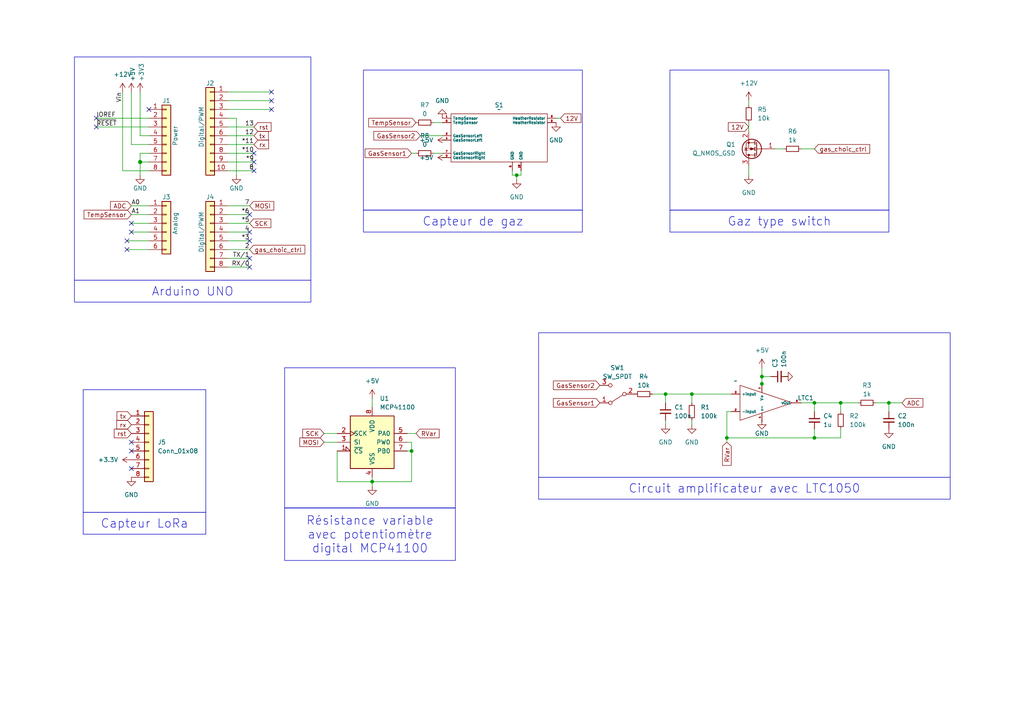
<source format=kicad_sch>
(kicad_sch (version 20230121) (generator eeschema)

  (uuid e63e39d7-6ac0-4ffd-8aa3-1841a4541b55)

  (paper "A4")

  (title_block
    (title "Goalard-Lacoste gas sensor")
    (date "01/01/2024")
    (company "INSA Toulouse")
  )

  (lib_symbols
    (symbol "+5V_1" (power) (pin_names (offset 0)) (in_bom yes) (on_board yes)
      (property "Reference" "#PWR" (at 0 -3.81 0)
        (effects (font (size 1.27 1.27)) hide)
      )
      (property "Value" "+5V_1" (at 0 3.556 0)
        (effects (font (size 1.27 1.27)))
      )
      (property "Footprint" "" (at 0 0 0)
        (effects (font (size 1.27 1.27)) hide)
      )
      (property "Datasheet" "" (at 0 0 0)
        (effects (font (size 1.27 1.27)) hide)
      )
      (property "ki_keywords" "global power" (at 0 0 0)
        (effects (font (size 1.27 1.27)) hide)
      )
      (property "ki_description" "Power symbol creates a global label with name \"+5V\"" (at 0 0 0)
        (effects (font (size 1.27 1.27)) hide)
      )
      (symbol "+5V_1_0_1"
        (polyline
          (pts
            (xy -0.762 1.27)
            (xy 0 2.54)
          )
          (stroke (width 0) (type default))
          (fill (type none))
        )
        (polyline
          (pts
            (xy 0 0)
            (xy 0 2.54)
          )
          (stroke (width 0) (type default))
          (fill (type none))
        )
        (polyline
          (pts
            (xy 0 2.54)
            (xy 0.762 1.27)
          )
          (stroke (width 0) (type default))
          (fill (type none))
        )
      )
      (symbol "+5V_1_1_1"
        (pin power_in line (at 0 0 90) (length 0) hide
          (name "+5V" (effects (font (size 1.27 1.27))))
          (number "1" (effects (font (size 1.27 1.27))))
        )
      )
    )
    (symbol "+5V_2" (power) (pin_names (offset 0)) (in_bom yes) (on_board yes)
      (property "Reference" "#PWR" (at 0 -3.81 0)
        (effects (font (size 1.27 1.27)) hide)
      )
      (property "Value" "+5V_2" (at 0 3.556 0)
        (effects (font (size 1.27 1.27)))
      )
      (property "Footprint" "" (at 0 0 0)
        (effects (font (size 1.27 1.27)) hide)
      )
      (property "Datasheet" "" (at 0 0 0)
        (effects (font (size 1.27 1.27)) hide)
      )
      (property "ki_keywords" "global power" (at 0 0 0)
        (effects (font (size 1.27 1.27)) hide)
      )
      (property "ki_description" "Power symbol creates a global label with name \"+5V\"" (at 0 0 0)
        (effects (font (size 1.27 1.27)) hide)
      )
      (symbol "+5V_2_0_1"
        (polyline
          (pts
            (xy -0.762 1.27)
            (xy 0 2.54)
          )
          (stroke (width 0) (type default))
          (fill (type none))
        )
        (polyline
          (pts
            (xy 0 0)
            (xy 0 2.54)
          )
          (stroke (width 0) (type default))
          (fill (type none))
        )
        (polyline
          (pts
            (xy 0 2.54)
            (xy 0.762 1.27)
          )
          (stroke (width 0) (type default))
          (fill (type none))
        )
      )
      (symbol "+5V_2_1_1"
        (pin power_in line (at 0 0 90) (length 0) hide
          (name "+5V" (effects (font (size 1.27 1.27))))
          (number "1" (effects (font (size 1.27 1.27))))
        )
      )
    )
    (symbol "Connector_Generic:Conn_01x06" (pin_names (offset 1.016) hide) (in_bom yes) (on_board yes)
      (property "Reference" "J" (at 0 7.62 0)
        (effects (font (size 1.27 1.27)))
      )
      (property "Value" "Conn_01x06" (at 0 -10.16 0)
        (effects (font (size 1.27 1.27)))
      )
      (property "Footprint" "" (at 0 0 0)
        (effects (font (size 1.27 1.27)) hide)
      )
      (property "Datasheet" "~" (at 0 0 0)
        (effects (font (size 1.27 1.27)) hide)
      )
      (property "ki_keywords" "connector" (at 0 0 0)
        (effects (font (size 1.27 1.27)) hide)
      )
      (property "ki_description" "Generic connector, single row, 01x06, script generated (kicad-library-utils/schlib/autogen/connector/)" (at 0 0 0)
        (effects (font (size 1.27 1.27)) hide)
      )
      (property "ki_fp_filters" "Connector*:*_1x??_*" (at 0 0 0)
        (effects (font (size 1.27 1.27)) hide)
      )
      (symbol "Conn_01x06_1_1"
        (rectangle (start -1.27 -7.493) (end 0 -7.747)
          (stroke (width 0.1524) (type default))
          (fill (type none))
        )
        (rectangle (start -1.27 -4.953) (end 0 -5.207)
          (stroke (width 0.1524) (type default))
          (fill (type none))
        )
        (rectangle (start -1.27 -2.413) (end 0 -2.667)
          (stroke (width 0.1524) (type default))
          (fill (type none))
        )
        (rectangle (start -1.27 0.127) (end 0 -0.127)
          (stroke (width 0.1524) (type default))
          (fill (type none))
        )
        (rectangle (start -1.27 2.667) (end 0 2.413)
          (stroke (width 0.1524) (type default))
          (fill (type none))
        )
        (rectangle (start -1.27 5.207) (end 0 4.953)
          (stroke (width 0.1524) (type default))
          (fill (type none))
        )
        (rectangle (start -1.27 6.35) (end 1.27 -8.89)
          (stroke (width 0.254) (type default))
          (fill (type background))
        )
        (pin passive line (at -5.08 5.08 0) (length 3.81)
          (name "Pin_1" (effects (font (size 1.27 1.27))))
          (number "1" (effects (font (size 1.27 1.27))))
        )
        (pin passive line (at -5.08 2.54 0) (length 3.81)
          (name "Pin_2" (effects (font (size 1.27 1.27))))
          (number "2" (effects (font (size 1.27 1.27))))
        )
        (pin passive line (at -5.08 0 0) (length 3.81)
          (name "Pin_3" (effects (font (size 1.27 1.27))))
          (number "3" (effects (font (size 1.27 1.27))))
        )
        (pin passive line (at -5.08 -2.54 0) (length 3.81)
          (name "Pin_4" (effects (font (size 1.27 1.27))))
          (number "4" (effects (font (size 1.27 1.27))))
        )
        (pin passive line (at -5.08 -5.08 0) (length 3.81)
          (name "Pin_5" (effects (font (size 1.27 1.27))))
          (number "5" (effects (font (size 1.27 1.27))))
        )
        (pin passive line (at -5.08 -7.62 0) (length 3.81)
          (name "Pin_6" (effects (font (size 1.27 1.27))))
          (number "6" (effects (font (size 1.27 1.27))))
        )
      )
    )
    (symbol "Connector_Generic:Conn_01x08" (pin_names (offset 1.016) hide) (in_bom yes) (on_board yes)
      (property "Reference" "J" (at 0 10.16 0)
        (effects (font (size 1.27 1.27)))
      )
      (property "Value" "Conn_01x08" (at 0 -12.7 0)
        (effects (font (size 1.27 1.27)))
      )
      (property "Footprint" "" (at 0 0 0)
        (effects (font (size 1.27 1.27)) hide)
      )
      (property "Datasheet" "~" (at 0 0 0)
        (effects (font (size 1.27 1.27)) hide)
      )
      (property "ki_keywords" "connector" (at 0 0 0)
        (effects (font (size 1.27 1.27)) hide)
      )
      (property "ki_description" "Generic connector, single row, 01x08, script generated (kicad-library-utils/schlib/autogen/connector/)" (at 0 0 0)
        (effects (font (size 1.27 1.27)) hide)
      )
      (property "ki_fp_filters" "Connector*:*_1x??_*" (at 0 0 0)
        (effects (font (size 1.27 1.27)) hide)
      )
      (symbol "Conn_01x08_1_1"
        (rectangle (start -1.27 -10.033) (end 0 -10.287)
          (stroke (width 0.1524) (type default))
          (fill (type none))
        )
        (rectangle (start -1.27 -7.493) (end 0 -7.747)
          (stroke (width 0.1524) (type default))
          (fill (type none))
        )
        (rectangle (start -1.27 -4.953) (end 0 -5.207)
          (stroke (width 0.1524) (type default))
          (fill (type none))
        )
        (rectangle (start -1.27 -2.413) (end 0 -2.667)
          (stroke (width 0.1524) (type default))
          (fill (type none))
        )
        (rectangle (start -1.27 0.127) (end 0 -0.127)
          (stroke (width 0.1524) (type default))
          (fill (type none))
        )
        (rectangle (start -1.27 2.667) (end 0 2.413)
          (stroke (width 0.1524) (type default))
          (fill (type none))
        )
        (rectangle (start -1.27 5.207) (end 0 4.953)
          (stroke (width 0.1524) (type default))
          (fill (type none))
        )
        (rectangle (start -1.27 7.747) (end 0 7.493)
          (stroke (width 0.1524) (type default))
          (fill (type none))
        )
        (rectangle (start -1.27 8.89) (end 1.27 -11.43)
          (stroke (width 0.254) (type default))
          (fill (type background))
        )
        (pin passive line (at -5.08 7.62 0) (length 3.81)
          (name "Pin_1" (effects (font (size 1.27 1.27))))
          (number "1" (effects (font (size 1.27 1.27))))
        )
        (pin passive line (at -5.08 5.08 0) (length 3.81)
          (name "Pin_2" (effects (font (size 1.27 1.27))))
          (number "2" (effects (font (size 1.27 1.27))))
        )
        (pin passive line (at -5.08 2.54 0) (length 3.81)
          (name "Pin_3" (effects (font (size 1.27 1.27))))
          (number "3" (effects (font (size 1.27 1.27))))
        )
        (pin passive line (at -5.08 0 0) (length 3.81)
          (name "Pin_4" (effects (font (size 1.27 1.27))))
          (number "4" (effects (font (size 1.27 1.27))))
        )
        (pin passive line (at -5.08 -2.54 0) (length 3.81)
          (name "Pin_5" (effects (font (size 1.27 1.27))))
          (number "5" (effects (font (size 1.27 1.27))))
        )
        (pin passive line (at -5.08 -5.08 0) (length 3.81)
          (name "Pin_6" (effects (font (size 1.27 1.27))))
          (number "6" (effects (font (size 1.27 1.27))))
        )
        (pin passive line (at -5.08 -7.62 0) (length 3.81)
          (name "Pin_7" (effects (font (size 1.27 1.27))))
          (number "7" (effects (font (size 1.27 1.27))))
        )
        (pin passive line (at -5.08 -10.16 0) (length 3.81)
          (name "Pin_8" (effects (font (size 1.27 1.27))))
          (number "8" (effects (font (size 1.27 1.27))))
        )
      )
    )
    (symbol "Connector_Generic:Conn_01x10" (pin_names (offset 1.016) hide) (in_bom yes) (on_board yes)
      (property "Reference" "J" (at 0 12.7 0)
        (effects (font (size 1.27 1.27)))
      )
      (property "Value" "Conn_01x10" (at 0 -15.24 0)
        (effects (font (size 1.27 1.27)))
      )
      (property "Footprint" "" (at 0 0 0)
        (effects (font (size 1.27 1.27)) hide)
      )
      (property "Datasheet" "~" (at 0 0 0)
        (effects (font (size 1.27 1.27)) hide)
      )
      (property "ki_keywords" "connector" (at 0 0 0)
        (effects (font (size 1.27 1.27)) hide)
      )
      (property "ki_description" "Generic connector, single row, 01x10, script generated (kicad-library-utils/schlib/autogen/connector/)" (at 0 0 0)
        (effects (font (size 1.27 1.27)) hide)
      )
      (property "ki_fp_filters" "Connector*:*_1x??_*" (at 0 0 0)
        (effects (font (size 1.27 1.27)) hide)
      )
      (symbol "Conn_01x10_1_1"
        (rectangle (start -1.27 -12.573) (end 0 -12.827)
          (stroke (width 0.1524) (type default))
          (fill (type none))
        )
        (rectangle (start -1.27 -10.033) (end 0 -10.287)
          (stroke (width 0.1524) (type default))
          (fill (type none))
        )
        (rectangle (start -1.27 -7.493) (end 0 -7.747)
          (stroke (width 0.1524) (type default))
          (fill (type none))
        )
        (rectangle (start -1.27 -4.953) (end 0 -5.207)
          (stroke (width 0.1524) (type default))
          (fill (type none))
        )
        (rectangle (start -1.27 -2.413) (end 0 -2.667)
          (stroke (width 0.1524) (type default))
          (fill (type none))
        )
        (rectangle (start -1.27 0.127) (end 0 -0.127)
          (stroke (width 0.1524) (type default))
          (fill (type none))
        )
        (rectangle (start -1.27 2.667) (end 0 2.413)
          (stroke (width 0.1524) (type default))
          (fill (type none))
        )
        (rectangle (start -1.27 5.207) (end 0 4.953)
          (stroke (width 0.1524) (type default))
          (fill (type none))
        )
        (rectangle (start -1.27 7.747) (end 0 7.493)
          (stroke (width 0.1524) (type default))
          (fill (type none))
        )
        (rectangle (start -1.27 10.287) (end 0 10.033)
          (stroke (width 0.1524) (type default))
          (fill (type none))
        )
        (rectangle (start -1.27 11.43) (end 1.27 -13.97)
          (stroke (width 0.254) (type default))
          (fill (type background))
        )
        (pin passive line (at -5.08 10.16 0) (length 3.81)
          (name "Pin_1" (effects (font (size 1.27 1.27))))
          (number "1" (effects (font (size 1.27 1.27))))
        )
        (pin passive line (at -5.08 -12.7 0) (length 3.81)
          (name "Pin_10" (effects (font (size 1.27 1.27))))
          (number "10" (effects (font (size 1.27 1.27))))
        )
        (pin passive line (at -5.08 7.62 0) (length 3.81)
          (name "Pin_2" (effects (font (size 1.27 1.27))))
          (number "2" (effects (font (size 1.27 1.27))))
        )
        (pin passive line (at -5.08 5.08 0) (length 3.81)
          (name "Pin_3" (effects (font (size 1.27 1.27))))
          (number "3" (effects (font (size 1.27 1.27))))
        )
        (pin passive line (at -5.08 2.54 0) (length 3.81)
          (name "Pin_4" (effects (font (size 1.27 1.27))))
          (number "4" (effects (font (size 1.27 1.27))))
        )
        (pin passive line (at -5.08 0 0) (length 3.81)
          (name "Pin_5" (effects (font (size 1.27 1.27))))
          (number "5" (effects (font (size 1.27 1.27))))
        )
        (pin passive line (at -5.08 -2.54 0) (length 3.81)
          (name "Pin_6" (effects (font (size 1.27 1.27))))
          (number "6" (effects (font (size 1.27 1.27))))
        )
        (pin passive line (at -5.08 -5.08 0) (length 3.81)
          (name "Pin_7" (effects (font (size 1.27 1.27))))
          (number "7" (effects (font (size 1.27 1.27))))
        )
        (pin passive line (at -5.08 -7.62 0) (length 3.81)
          (name "Pin_8" (effects (font (size 1.27 1.27))))
          (number "8" (effects (font (size 1.27 1.27))))
        )
        (pin passive line (at -5.08 -10.16 0) (length 3.81)
          (name "Pin_9" (effects (font (size 1.27 1.27))))
          (number "9" (effects (font (size 1.27 1.27))))
        )
      )
    )
    (symbol "Device:C_Small" (pin_numbers hide) (pin_names (offset 0.254) hide) (in_bom yes) (on_board yes)
      (property "Reference" "C" (at 0.254 1.778 0)
        (effects (font (size 1.27 1.27)) (justify left))
      )
      (property "Value" "C_Small" (at 0.254 -2.032 0)
        (effects (font (size 1.27 1.27)) (justify left))
      )
      (property "Footprint" "" (at 0 0 0)
        (effects (font (size 1.27 1.27)) hide)
      )
      (property "Datasheet" "~" (at 0 0 0)
        (effects (font (size 1.27 1.27)) hide)
      )
      (property "ki_keywords" "capacitor cap" (at 0 0 0)
        (effects (font (size 1.27 1.27)) hide)
      )
      (property "ki_description" "Unpolarized capacitor, small symbol" (at 0 0 0)
        (effects (font (size 1.27 1.27)) hide)
      )
      (property "ki_fp_filters" "C_*" (at 0 0 0)
        (effects (font (size 1.27 1.27)) hide)
      )
      (symbol "C_Small_0_1"
        (polyline
          (pts
            (xy -1.524 -0.508)
            (xy 1.524 -0.508)
          )
          (stroke (width 0.3302) (type default))
          (fill (type none))
        )
        (polyline
          (pts
            (xy -1.524 0.508)
            (xy 1.524 0.508)
          )
          (stroke (width 0.3048) (type default))
          (fill (type none))
        )
      )
      (symbol "C_Small_1_1"
        (pin passive line (at 0 2.54 270) (length 2.032)
          (name "~" (effects (font (size 1.27 1.27))))
          (number "1" (effects (font (size 1.27 1.27))))
        )
        (pin passive line (at 0 -2.54 90) (length 2.032)
          (name "~" (effects (font (size 1.27 1.27))))
          (number "2" (effects (font (size 1.27 1.27))))
        )
      )
    )
    (symbol "Device:Q_NMOS_GSD" (pin_names (offset 0) hide) (in_bom yes) (on_board yes)
      (property "Reference" "Q" (at 5.08 1.27 0)
        (effects (font (size 1.27 1.27)) (justify left))
      )
      (property "Value" "Q_NMOS_GSD" (at 5.08 -1.27 0)
        (effects (font (size 1.27 1.27)) (justify left))
      )
      (property "Footprint" "" (at 5.08 2.54 0)
        (effects (font (size 1.27 1.27)) hide)
      )
      (property "Datasheet" "~" (at 0 0 0)
        (effects (font (size 1.27 1.27)) hide)
      )
      (property "ki_keywords" "transistor NMOS N-MOS N-MOSFET" (at 0 0 0)
        (effects (font (size 1.27 1.27)) hide)
      )
      (property "ki_description" "N-MOSFET transistor, gate/source/drain" (at 0 0 0)
        (effects (font (size 1.27 1.27)) hide)
      )
      (symbol "Q_NMOS_GSD_0_1"
        (polyline
          (pts
            (xy 0.254 0)
            (xy -2.54 0)
          )
          (stroke (width 0) (type default))
          (fill (type none))
        )
        (polyline
          (pts
            (xy 0.254 1.905)
            (xy 0.254 -1.905)
          )
          (stroke (width 0.254) (type default))
          (fill (type none))
        )
        (polyline
          (pts
            (xy 0.762 -1.27)
            (xy 0.762 -2.286)
          )
          (stroke (width 0.254) (type default))
          (fill (type none))
        )
        (polyline
          (pts
            (xy 0.762 0.508)
            (xy 0.762 -0.508)
          )
          (stroke (width 0.254) (type default))
          (fill (type none))
        )
        (polyline
          (pts
            (xy 0.762 2.286)
            (xy 0.762 1.27)
          )
          (stroke (width 0.254) (type default))
          (fill (type none))
        )
        (polyline
          (pts
            (xy 2.54 2.54)
            (xy 2.54 1.778)
          )
          (stroke (width 0) (type default))
          (fill (type none))
        )
        (polyline
          (pts
            (xy 2.54 -2.54)
            (xy 2.54 0)
            (xy 0.762 0)
          )
          (stroke (width 0) (type default))
          (fill (type none))
        )
        (polyline
          (pts
            (xy 0.762 -1.778)
            (xy 3.302 -1.778)
            (xy 3.302 1.778)
            (xy 0.762 1.778)
          )
          (stroke (width 0) (type default))
          (fill (type none))
        )
        (polyline
          (pts
            (xy 1.016 0)
            (xy 2.032 0.381)
            (xy 2.032 -0.381)
            (xy 1.016 0)
          )
          (stroke (width 0) (type default))
          (fill (type outline))
        )
        (polyline
          (pts
            (xy 2.794 0.508)
            (xy 2.921 0.381)
            (xy 3.683 0.381)
            (xy 3.81 0.254)
          )
          (stroke (width 0) (type default))
          (fill (type none))
        )
        (polyline
          (pts
            (xy 3.302 0.381)
            (xy 2.921 -0.254)
            (xy 3.683 -0.254)
            (xy 3.302 0.381)
          )
          (stroke (width 0) (type default))
          (fill (type none))
        )
        (circle (center 1.651 0) (radius 2.794)
          (stroke (width 0.254) (type default))
          (fill (type none))
        )
        (circle (center 2.54 -1.778) (radius 0.254)
          (stroke (width 0) (type default))
          (fill (type outline))
        )
        (circle (center 2.54 1.778) (radius 0.254)
          (stroke (width 0) (type default))
          (fill (type outline))
        )
      )
      (symbol "Q_NMOS_GSD_1_1"
        (pin input line (at -5.08 0 0) (length 2.54)
          (name "G" (effects (font (size 1.27 1.27))))
          (number "1" (effects (font (size 1.27 1.27))))
        )
        (pin passive line (at 2.54 -5.08 90) (length 2.54)
          (name "S" (effects (font (size 1.27 1.27))))
          (number "2" (effects (font (size 1.27 1.27))))
        )
        (pin passive line (at 2.54 5.08 270) (length 2.54)
          (name "D" (effects (font (size 1.27 1.27))))
          (number "3" (effects (font (size 1.27 1.27))))
        )
      )
    )
    (symbol "Device:R_Small" (pin_numbers hide) (pin_names (offset 0.254) hide) (in_bom yes) (on_board yes)
      (property "Reference" "R" (at 0.762 0.508 0)
        (effects (font (size 1.27 1.27)) (justify left))
      )
      (property "Value" "R_Small" (at 0.762 -1.016 0)
        (effects (font (size 1.27 1.27)) (justify left))
      )
      (property "Footprint" "" (at 0 0 0)
        (effects (font (size 1.27 1.27)) hide)
      )
      (property "Datasheet" "~" (at 0 0 0)
        (effects (font (size 1.27 1.27)) hide)
      )
      (property "ki_keywords" "R resistor" (at 0 0 0)
        (effects (font (size 1.27 1.27)) hide)
      )
      (property "ki_description" "Resistor, small symbol" (at 0 0 0)
        (effects (font (size 1.27 1.27)) hide)
      )
      (property "ki_fp_filters" "R_*" (at 0 0 0)
        (effects (font (size 1.27 1.27)) hide)
      )
      (symbol "R_Small_0_1"
        (rectangle (start -0.762 1.778) (end 0.762 -1.778)
          (stroke (width 0.2032) (type default))
          (fill (type none))
        )
      )
      (symbol "R_Small_1_1"
        (pin passive line (at 0 2.54 270) (length 0.762)
          (name "~" (effects (font (size 1.27 1.27))))
          (number "1" (effects (font (size 1.27 1.27))))
        )
        (pin passive line (at 0 -2.54 90) (length 0.762)
          (name "~" (effects (font (size 1.27 1.27))))
          (number "2" (effects (font (size 1.27 1.27))))
        )
      )
    )
    (symbol "GND_1" (power) (pin_names (offset 0)) (in_bom yes) (on_board yes)
      (property "Reference" "#PWR" (at 0 -6.35 0)
        (effects (font (size 1.27 1.27)) hide)
      )
      (property "Value" "GND_1" (at 0 -3.81 0)
        (effects (font (size 1.27 1.27)))
      )
      (property "Footprint" "" (at 0 0 0)
        (effects (font (size 1.27 1.27)) hide)
      )
      (property "Datasheet" "" (at 0 0 0)
        (effects (font (size 1.27 1.27)) hide)
      )
      (property "ki_keywords" "global power" (at 0 0 0)
        (effects (font (size 1.27 1.27)) hide)
      )
      (property "ki_description" "Power symbol creates a global label with name \"GND\" , ground" (at 0 0 0)
        (effects (font (size 1.27 1.27)) hide)
      )
      (symbol "GND_1_0_1"
        (polyline
          (pts
            (xy 0 0)
            (xy 0 -1.27)
            (xy 1.27 -1.27)
            (xy 0 -2.54)
            (xy -1.27 -1.27)
            (xy 0 -1.27)
          )
          (stroke (width 0) (type default))
          (fill (type none))
        )
      )
      (symbol "GND_1_1_1"
        (pin power_in line (at 0 0 270) (length 0) hide
          (name "GND" (effects (font (size 1.27 1.27))))
          (number "1" (effects (font (size 1.27 1.27))))
        )
      )
    )
    (symbol "GND_10" (power) (pin_names (offset 0)) (in_bom yes) (on_board yes)
      (property "Reference" "#PWR" (at 0 -6.35 0)
        (effects (font (size 1.27 1.27)) hide)
      )
      (property "Value" "GND_10" (at 0 -3.81 0)
        (effects (font (size 1.27 1.27)))
      )
      (property "Footprint" "" (at 0 0 0)
        (effects (font (size 1.27 1.27)) hide)
      )
      (property "Datasheet" "" (at 0 0 0)
        (effects (font (size 1.27 1.27)) hide)
      )
      (property "ki_keywords" "global power" (at 0 0 0)
        (effects (font (size 1.27 1.27)) hide)
      )
      (property "ki_description" "Power symbol creates a global label with name \"GND\" , ground" (at 0 0 0)
        (effects (font (size 1.27 1.27)) hide)
      )
      (symbol "GND_10_0_1"
        (polyline
          (pts
            (xy 0 0)
            (xy 0 -1.27)
            (xy 1.27 -1.27)
            (xy 0 -2.54)
            (xy -1.27 -1.27)
            (xy 0 -1.27)
          )
          (stroke (width 0) (type default))
          (fill (type none))
        )
      )
      (symbol "GND_10_1_1"
        (pin power_in line (at 0 0 270) (length 0) hide
          (name "GND" (effects (font (size 1.27 1.27))))
          (number "1" (effects (font (size 1.27 1.27))))
        )
      )
    )
    (symbol "GND_2" (power) (pin_names (offset 0)) (in_bom yes) (on_board yes)
      (property "Reference" "#PWR" (at 0 -6.35 0)
        (effects (font (size 1.27 1.27)) hide)
      )
      (property "Value" "GND_2" (at 0 -3.81 0)
        (effects (font (size 1.27 1.27)))
      )
      (property "Footprint" "" (at 0 0 0)
        (effects (font (size 1.27 1.27)) hide)
      )
      (property "Datasheet" "" (at 0 0 0)
        (effects (font (size 1.27 1.27)) hide)
      )
      (property "ki_keywords" "global power" (at 0 0 0)
        (effects (font (size 1.27 1.27)) hide)
      )
      (property "ki_description" "Power symbol creates a global label with name \"GND\" , ground" (at 0 0 0)
        (effects (font (size 1.27 1.27)) hide)
      )
      (symbol "GND_2_0_1"
        (polyline
          (pts
            (xy 0 0)
            (xy 0 -1.27)
            (xy 1.27 -1.27)
            (xy 0 -2.54)
            (xy -1.27 -1.27)
            (xy 0 -1.27)
          )
          (stroke (width 0) (type default))
          (fill (type none))
        )
      )
      (symbol "GND_2_1_1"
        (pin power_in line (at 0 0 270) (length 0) hide
          (name "GND" (effects (font (size 1.27 1.27))))
          (number "1" (effects (font (size 1.27 1.27))))
        )
      )
    )
    (symbol "GND_3" (power) (pin_names (offset 0)) (in_bom yes) (on_board yes)
      (property "Reference" "#PWR" (at 0 -6.35 0)
        (effects (font (size 1.27 1.27)) hide)
      )
      (property "Value" "GND_3" (at 0 -3.81 0)
        (effects (font (size 1.27 1.27)))
      )
      (property "Footprint" "" (at 0 0 0)
        (effects (font (size 1.27 1.27)) hide)
      )
      (property "Datasheet" "" (at 0 0 0)
        (effects (font (size 1.27 1.27)) hide)
      )
      (property "ki_keywords" "global power" (at 0 0 0)
        (effects (font (size 1.27 1.27)) hide)
      )
      (property "ki_description" "Power symbol creates a global label with name \"GND\" , ground" (at 0 0 0)
        (effects (font (size 1.27 1.27)) hide)
      )
      (symbol "GND_3_0_1"
        (polyline
          (pts
            (xy 0 0)
            (xy 0 -1.27)
            (xy 1.27 -1.27)
            (xy 0 -2.54)
            (xy -1.27 -1.27)
            (xy 0 -1.27)
          )
          (stroke (width 0) (type default))
          (fill (type none))
        )
      )
      (symbol "GND_3_1_1"
        (pin power_in line (at 0 0 270) (length 0) hide
          (name "GND" (effects (font (size 1.27 1.27))))
          (number "1" (effects (font (size 1.27 1.27))))
        )
      )
    )
    (symbol "GND_4" (power) (pin_names (offset 0)) (in_bom yes) (on_board yes)
      (property "Reference" "#PWR" (at 0 -6.35 0)
        (effects (font (size 1.27 1.27)) hide)
      )
      (property "Value" "GND_4" (at 0 -3.81 0)
        (effects (font (size 1.27 1.27)))
      )
      (property "Footprint" "" (at 0 0 0)
        (effects (font (size 1.27 1.27)) hide)
      )
      (property "Datasheet" "" (at 0 0 0)
        (effects (font (size 1.27 1.27)) hide)
      )
      (property "ki_keywords" "global power" (at 0 0 0)
        (effects (font (size 1.27 1.27)) hide)
      )
      (property "ki_description" "Power symbol creates a global label with name \"GND\" , ground" (at 0 0 0)
        (effects (font (size 1.27 1.27)) hide)
      )
      (symbol "GND_4_0_1"
        (polyline
          (pts
            (xy 0 0)
            (xy 0 -1.27)
            (xy 1.27 -1.27)
            (xy 0 -2.54)
            (xy -1.27 -1.27)
            (xy 0 -1.27)
          )
          (stroke (width 0) (type default))
          (fill (type none))
        )
      )
      (symbol "GND_4_1_1"
        (pin power_in line (at 0 0 270) (length 0) hide
          (name "GND" (effects (font (size 1.27 1.27))))
          (number "1" (effects (font (size 1.27 1.27))))
        )
      )
    )
    (symbol "GND_5" (power) (pin_names (offset 0)) (in_bom yes) (on_board yes)
      (property "Reference" "#PWR" (at 0 -6.35 0)
        (effects (font (size 1.27 1.27)) hide)
      )
      (property "Value" "GND_5" (at 0 -3.81 0)
        (effects (font (size 1.27 1.27)))
      )
      (property "Footprint" "" (at 0 0 0)
        (effects (font (size 1.27 1.27)) hide)
      )
      (property "Datasheet" "" (at 0 0 0)
        (effects (font (size 1.27 1.27)) hide)
      )
      (property "ki_keywords" "global power" (at 0 0 0)
        (effects (font (size 1.27 1.27)) hide)
      )
      (property "ki_description" "Power symbol creates a global label with name \"GND\" , ground" (at 0 0 0)
        (effects (font (size 1.27 1.27)) hide)
      )
      (symbol "GND_5_0_1"
        (polyline
          (pts
            (xy 0 0)
            (xy 0 -1.27)
            (xy 1.27 -1.27)
            (xy 0 -2.54)
            (xy -1.27 -1.27)
            (xy 0 -1.27)
          )
          (stroke (width 0) (type default))
          (fill (type none))
        )
      )
      (symbol "GND_5_1_1"
        (pin power_in line (at 0 0 270) (length 0) hide
          (name "GND" (effects (font (size 1.27 1.27))))
          (number "1" (effects (font (size 1.27 1.27))))
        )
      )
    )
    (symbol "GND_6" (power) (pin_names (offset 0)) (in_bom yes) (on_board yes)
      (property "Reference" "#PWR" (at 0 -6.35 0)
        (effects (font (size 1.27 1.27)) hide)
      )
      (property "Value" "GND_6" (at 0 -3.81 0)
        (effects (font (size 1.27 1.27)))
      )
      (property "Footprint" "" (at 0 0 0)
        (effects (font (size 1.27 1.27)) hide)
      )
      (property "Datasheet" "" (at 0 0 0)
        (effects (font (size 1.27 1.27)) hide)
      )
      (property "ki_keywords" "global power" (at 0 0 0)
        (effects (font (size 1.27 1.27)) hide)
      )
      (property "ki_description" "Power symbol creates a global label with name \"GND\" , ground" (at 0 0 0)
        (effects (font (size 1.27 1.27)) hide)
      )
      (symbol "GND_6_0_1"
        (polyline
          (pts
            (xy 0 0)
            (xy 0 -1.27)
            (xy 1.27 -1.27)
            (xy 0 -2.54)
            (xy -1.27 -1.27)
            (xy 0 -1.27)
          )
          (stroke (width 0) (type default))
          (fill (type none))
        )
      )
      (symbol "GND_6_1_1"
        (pin power_in line (at 0 0 270) (length 0) hide
          (name "GND" (effects (font (size 1.27 1.27))))
          (number "1" (effects (font (size 1.27 1.27))))
        )
      )
    )
    (symbol "GND_7" (power) (pin_names (offset 0)) (in_bom yes) (on_board yes)
      (property "Reference" "#PWR" (at 0 -6.35 0)
        (effects (font (size 1.27 1.27)) hide)
      )
      (property "Value" "GND_7" (at 0 -3.81 0)
        (effects (font (size 1.27 1.27)))
      )
      (property "Footprint" "" (at 0 0 0)
        (effects (font (size 1.27 1.27)) hide)
      )
      (property "Datasheet" "" (at 0 0 0)
        (effects (font (size 1.27 1.27)) hide)
      )
      (property "ki_keywords" "global power" (at 0 0 0)
        (effects (font (size 1.27 1.27)) hide)
      )
      (property "ki_description" "Power symbol creates a global label with name \"GND\" , ground" (at 0 0 0)
        (effects (font (size 1.27 1.27)) hide)
      )
      (symbol "GND_7_0_1"
        (polyline
          (pts
            (xy 0 0)
            (xy 0 -1.27)
            (xy 1.27 -1.27)
            (xy 0 -2.54)
            (xy -1.27 -1.27)
            (xy 0 -1.27)
          )
          (stroke (width 0) (type default))
          (fill (type none))
        )
      )
      (symbol "GND_7_1_1"
        (pin power_in line (at 0 0 270) (length 0) hide
          (name "GND" (effects (font (size 1.27 1.27))))
          (number "1" (effects (font (size 1.27 1.27))))
        )
      )
    )
    (symbol "GND_8" (power) (pin_names (offset 0)) (in_bom yes) (on_board yes)
      (property "Reference" "#PWR" (at 0 -6.35 0)
        (effects (font (size 1.27 1.27)) hide)
      )
      (property "Value" "GND_8" (at 0 -3.81 0)
        (effects (font (size 1.27 1.27)))
      )
      (property "Footprint" "" (at 0 0 0)
        (effects (font (size 1.27 1.27)) hide)
      )
      (property "Datasheet" "" (at 0 0 0)
        (effects (font (size 1.27 1.27)) hide)
      )
      (property "ki_keywords" "global power" (at 0 0 0)
        (effects (font (size 1.27 1.27)) hide)
      )
      (property "ki_description" "Power symbol creates a global label with name \"GND\" , ground" (at 0 0 0)
        (effects (font (size 1.27 1.27)) hide)
      )
      (symbol "GND_8_0_1"
        (polyline
          (pts
            (xy 0 0)
            (xy 0 -1.27)
            (xy 1.27 -1.27)
            (xy 0 -2.54)
            (xy -1.27 -1.27)
            (xy 0 -1.27)
          )
          (stroke (width 0) (type default))
          (fill (type none))
        )
      )
      (symbol "GND_8_1_1"
        (pin power_in line (at 0 0 270) (length 0) hide
          (name "GND" (effects (font (size 1.27 1.27))))
          (number "1" (effects (font (size 1.27 1.27))))
        )
      )
    )
    (symbol "GND_9" (power) (pin_names (offset 0)) (in_bom yes) (on_board yes)
      (property "Reference" "#PWR" (at 0 -6.35 0)
        (effects (font (size 1.27 1.27)) hide)
      )
      (property "Value" "GND_9" (at 0 -3.81 0)
        (effects (font (size 1.27 1.27)))
      )
      (property "Footprint" "" (at 0 0 0)
        (effects (font (size 1.27 1.27)) hide)
      )
      (property "Datasheet" "" (at 0 0 0)
        (effects (font (size 1.27 1.27)) hide)
      )
      (property "ki_keywords" "global power" (at 0 0 0)
        (effects (font (size 1.27 1.27)) hide)
      )
      (property "ki_description" "Power symbol creates a global label with name \"GND\" , ground" (at 0 0 0)
        (effects (font (size 1.27 1.27)) hide)
      )
      (symbol "GND_9_0_1"
        (polyline
          (pts
            (xy 0 0)
            (xy 0 -1.27)
            (xy 1.27 -1.27)
            (xy 0 -2.54)
            (xy -1.27 -1.27)
            (xy 0 -1.27)
          )
          (stroke (width 0) (type default))
          (fill (type none))
        )
      )
      (symbol "GND_9_1_1"
        (pin power_in line (at 0 0 270) (length 0) hide
          (name "GND" (effects (font (size 1.27 1.27))))
          (number "1" (effects (font (size 1.27 1.27))))
        )
      )
    )
    (symbol "LTC1050_1" (in_bom yes) (on_board yes)
      (property "Reference" "LTC1050" (at -1.27 0 0)
        (effects (font (size 1.27 1.27)))
      )
      (property "Value" "" (at 0 0 0)
        (effects (font (size 1.27 1.27)))
      )
      (property "Footprint" "Package_DIP:DIP-8_W7.62mm_LongPads" (at 8.89 -17.78 0)
        (effects (font (size 1.27 1.27)) hide)
      )
      (property "Datasheet" "" (at 0 0 0)
        (effects (font (size 1.27 1.27)) hide)
      )
      (symbol "LTC1050_1_0_1"
        (polyline
          (pts
            (xy 1.27 -1.27)
            (xy 1.27 -11.43)
            (xy 16.51 -6.35)
            (xy 1.27 -1.27)
          )
          (stroke (width 0) (type default))
          (fill (type none))
        )
      )
      (symbol "LTC1050_1_1_1"
        (pin input line (at -1.27 -8.89 0) (length 2.54)
          (name "-input" (effects (font (size 0.8 0.8))))
          (number "2" (effects (font (size 0.5 0.5))))
        )
        (pin input line (at -1.27 -3.81 0) (length 2.54)
          (name "+input" (effects (font (size 0.8 0.8))))
          (number "3" (effects (font (size 0.5 0.5))))
        )
        (pin input line (at 7.62 -11.85 90) (length 2.54)
          (name "v-" (effects (font (size 0.8 0.8))))
          (number "4" (effects (font (size 0.5 0.5))))
        )
        (pin output line (at 19.05 -6.35 180) (length 2.54)
          (name "vOut" (effects (font (size 0.8 0.8))))
          (number "6" (effects (font (size 0.5 0.5))))
        )
        (pin input line (at 7.62 -0.85 270) (length 2.54)
          (name "V+" (effects (font (size 0.8 0.8))))
          (number "7" (effects (font (size 0.5 0.5))))
        )
      )
    )
    (symbol "Potentiometer_Digital:MCP41100" (pin_names (offset 1.016)) (in_bom yes) (on_board yes)
      (property "Reference" "U" (at -6.35 8.89 0)
        (effects (font (size 1.27 1.27)) (justify left))
      )
      (property "Value" "MCP41100" (at 1.27 8.89 0)
        (effects (font (size 1.27 1.27)) (justify left))
      )
      (property "Footprint" "" (at 0 0 0)
        (effects (font (size 1.27 1.27)) hide)
      )
      (property "Datasheet" "http://ww1.microchip.com/downloads/en/DeviceDoc/11195c.pdf" (at 0 0 0)
        (effects (font (size 1.27 1.27)) hide)
      )
      (property "ki_keywords" "R POT" (at 0 0 0)
        (effects (font (size 1.27 1.27)) hide)
      )
      (property "ki_description" "Single Digital Potentiometer, SPI interface, 256 taps, 100 kohm" (at 0 0 0)
        (effects (font (size 1.27 1.27)) hide)
      )
      (property "ki_fp_filters" "DIP*W7.62mm* SOIC*P1.27mm*" (at 0 0 0)
        (effects (font (size 1.27 1.27)) hide)
      )
      (symbol "MCP41100_0_1"
        (rectangle (start -6.35 7.62) (end 6.35 -7.62)
          (stroke (width 0.254) (type default))
          (fill (type background))
        )
      )
      (symbol "MCP41100_1_1"
        (pin input input_low (at -10.16 -2.54 0) (length 3.81)
          (name "~{CS}" (effects (font (size 1.27 1.27))))
          (number "1" (effects (font (size 1.27 1.27))))
        )
        (pin passive clock (at -10.16 2.54 0) (length 3.81)
          (name "SCK" (effects (font (size 1.27 1.27))))
          (number "2" (effects (font (size 1.27 1.27))))
        )
        (pin input line (at -10.16 0 0) (length 3.81)
          (name "SI" (effects (font (size 1.27 1.27))))
          (number "3" (effects (font (size 1.27 1.27))))
        )
        (pin power_in line (at 0 -10.16 90) (length 2.54)
          (name "VSS" (effects (font (size 1.27 1.27))))
          (number "4" (effects (font (size 1.27 1.27))))
        )
        (pin passive line (at 10.16 2.54 180) (length 3.81)
          (name "PA0" (effects (font (size 1.27 1.27))))
          (number "5" (effects (font (size 1.27 1.27))))
        )
        (pin passive line (at 10.16 0 180) (length 3.81)
          (name "PW0" (effects (font (size 1.27 1.27))))
          (number "6" (effects (font (size 1.27 1.27))))
        )
        (pin passive line (at 10.16 -2.54 180) (length 3.81)
          (name "PB0" (effects (font (size 1.27 1.27))))
          (number "7" (effects (font (size 1.27 1.27))))
        )
        (pin power_in line (at 0 10.16 270) (length 2.54)
          (name "VDD" (effects (font (size 1.27 1.27))))
          (number "8" (effects (font (size 1.27 1.27))))
        )
      )
    )
    (symbol "Switch:SW_SPDT" (pin_names (offset 0) hide) (in_bom yes) (on_board yes)
      (property "Reference" "SW" (at 0 4.318 0)
        (effects (font (size 1.27 1.27)))
      )
      (property "Value" "SW_SPDT" (at 0 -5.08 0)
        (effects (font (size 1.27 1.27)))
      )
      (property "Footprint" "" (at 0 0 0)
        (effects (font (size 1.27 1.27)) hide)
      )
      (property "Datasheet" "~" (at 0 0 0)
        (effects (font (size 1.27 1.27)) hide)
      )
      (property "ki_keywords" "switch single-pole double-throw spdt ON-ON" (at 0 0 0)
        (effects (font (size 1.27 1.27)) hide)
      )
      (property "ki_description" "Switch, single pole double throw" (at 0 0 0)
        (effects (font (size 1.27 1.27)) hide)
      )
      (symbol "SW_SPDT_0_0"
        (circle (center -2.032 0) (radius 0.508)
          (stroke (width 0) (type default))
          (fill (type none))
        )
        (circle (center 2.032 -2.54) (radius 0.508)
          (stroke (width 0) (type default))
          (fill (type none))
        )
      )
      (symbol "SW_SPDT_0_1"
        (polyline
          (pts
            (xy -1.524 0.254)
            (xy 1.651 2.286)
          )
          (stroke (width 0) (type default))
          (fill (type none))
        )
        (circle (center 2.032 2.54) (radius 0.508)
          (stroke (width 0) (type default))
          (fill (type none))
        )
      )
      (symbol "SW_SPDT_1_1"
        (pin passive line (at 5.08 2.54 180) (length 2.54)
          (name "A" (effects (font (size 1.27 1.27))))
          (number "1" (effects (font (size 1.27 1.27))))
        )
        (pin passive line (at -5.08 0 0) (length 2.54)
          (name "B" (effects (font (size 1.27 1.27))))
          (number "2" (effects (font (size 1.27 1.27))))
        )
        (pin passive line (at 5.08 -2.54 180) (length 2.54)
          (name "C" (effects (font (size 1.27 1.27))))
          (number "3" (effects (font (size 1.27 1.27))))
        )
      )
    )
    (symbol "my_library:sensor_AIME" (in_bom yes) (on_board yes)
      (property "Reference" "S" (at 0 2.54 0)
        (effects (font (size 1.27 1.27)))
      )
      (property "Value" "" (at 0 0 0)
        (effects (font (size 1.27 1.27)))
      )
      (property "Footprint" "Package_TO_SOT_THT:TO-5-10_Window" (at 0 0 0)
        (effects (font (size 1.27 1.27)) hide)
      )
      (property "Datasheet" "" (at 0 0 0)
        (effects (font (size 1.27 1.27)) hide)
      )
      (symbol "sensor_AIME_0_1"
        (polyline
          (pts
            (xy 0 -1.27)
            (xy -13.97 -1.27)
            (xy -13.97 -15.24)
            (xy 13.97 -15.24)
            (xy 13.97 -1.27)
            (xy 0 -1.27)
          )
          (stroke (width 0) (type default))
          (fill (type none))
        )
      )
      (symbol "sensor_AIME_1_1"
        (pin passive line (at -16.51 -2.54 0) (length 2.54)
          (name "TempSensor" (effects (font (size 0.8 0.8))))
          (number "1" (effects (font (size 0.5 0.5))))
        )
        (pin power_in line (at 6.35 -17.78 90) (length 2.54)
          (name "GND" (effects (font (size 0.8 0.8))))
          (number "10" (effects (font (size 0.5 0.5))))
        )
        (pin passive line (at -16.51 -7.62 0) (length 2.54)
          (name "GasSensorLeft" (effects (font (size 0.8 0.8))))
          (number "2" (effects (font (size 0.5 0.5))))
        )
        (pin passive line (at 16.51 -2.54 180) (length 2.54)
          (name "HeatherResistor" (effects (font (size 0.8 0.8))))
          (number "3" (effects (font (size 0.5 0.5))))
        )
        (pin passive line (at -16.51 -8.89 0) (length 2.54)
          (name "GasSensorLeft" (effects (font (size 0.8 0.8))))
          (number "4" (effects (font (size 0.5 0.5))))
        )
        (pin power_in line (at 3.81 -17.78 90) (length 2.54)
          (name "GND" (effects (font (size 0.8 0.8))))
          (number "5" (effects (font (size 0.5 0.5))))
        )
        (pin passive line (at -16.51 -3.81 0) (length 2.54)
          (name "TempSensor" (effects (font (size 0.8 0.8))))
          (number "6" (effects (font (size 0.5 0.5))))
        )
        (pin passive line (at -16.51 -12.7 0) (length 2.54)
          (name "GasSensorRight" (effects (font (size 0.8 0.8))))
          (number "7" (effects (font (size 0.5 0.5))))
        )
        (pin passive line (at 16.51 -3.81 180) (length 2.54)
          (name "HeatherResistor" (effects (font (size 0.8 0.8))))
          (number "8" (effects (font (size 0.5 0.5))))
        )
        (pin passive line (at -16.51 -13.97 0) (length 2.54)
          (name "GasSensorRight" (effects (font (size 0.8 0.8))))
          (number "9" (effects (font (size 0.5 0.5))))
        )
      )
    )
    (symbol "power:+12V" (power) (pin_names (offset 0)) (in_bom yes) (on_board yes)
      (property "Reference" "#PWR" (at 0 -3.81 0)
        (effects (font (size 1.27 1.27)) hide)
      )
      (property "Value" "+12V" (at 0 3.556 0)
        (effects (font (size 1.27 1.27)))
      )
      (property "Footprint" "" (at 0 0 0)
        (effects (font (size 1.27 1.27)) hide)
      )
      (property "Datasheet" "" (at 0 0 0)
        (effects (font (size 1.27 1.27)) hide)
      )
      (property "ki_keywords" "global power" (at 0 0 0)
        (effects (font (size 1.27 1.27)) hide)
      )
      (property "ki_description" "Power symbol creates a global label with name \"+12V\"" (at 0 0 0)
        (effects (font (size 1.27 1.27)) hide)
      )
      (symbol "+12V_0_1"
        (polyline
          (pts
            (xy -0.762 1.27)
            (xy 0 2.54)
          )
          (stroke (width 0) (type default))
          (fill (type none))
        )
        (polyline
          (pts
            (xy 0 0)
            (xy 0 2.54)
          )
          (stroke (width 0) (type default))
          (fill (type none))
        )
        (polyline
          (pts
            (xy 0 2.54)
            (xy 0.762 1.27)
          )
          (stroke (width 0) (type default))
          (fill (type none))
        )
      )
      (symbol "+12V_1_1"
        (pin power_in line (at 0 0 90) (length 0) hide
          (name "+12V" (effects (font (size 1.27 1.27))))
          (number "1" (effects (font (size 1.27 1.27))))
        )
      )
    )
    (symbol "power:+3.3V" (power) (pin_names (offset 0)) (in_bom yes) (on_board yes)
      (property "Reference" "#PWR" (at 0 -3.81 0)
        (effects (font (size 1.27 1.27)) hide)
      )
      (property "Value" "+3.3V" (at 0 3.556 0)
        (effects (font (size 1.27 1.27)))
      )
      (property "Footprint" "" (at 0 0 0)
        (effects (font (size 1.27 1.27)) hide)
      )
      (property "Datasheet" "" (at 0 0 0)
        (effects (font (size 1.27 1.27)) hide)
      )
      (property "ki_keywords" "global power" (at 0 0 0)
        (effects (font (size 1.27 1.27)) hide)
      )
      (property "ki_description" "Power symbol creates a global label with name \"+3.3V\"" (at 0 0 0)
        (effects (font (size 1.27 1.27)) hide)
      )
      (symbol "+3.3V_0_1"
        (polyline
          (pts
            (xy -0.762 1.27)
            (xy 0 2.54)
          )
          (stroke (width 0) (type default))
          (fill (type none))
        )
        (polyline
          (pts
            (xy 0 0)
            (xy 0 2.54)
          )
          (stroke (width 0) (type default))
          (fill (type none))
        )
        (polyline
          (pts
            (xy 0 2.54)
            (xy 0.762 1.27)
          )
          (stroke (width 0) (type default))
          (fill (type none))
        )
      )
      (symbol "+3.3V_1_1"
        (pin power_in line (at 0 0 90) (length 0) hide
          (name "+3.3V" (effects (font (size 1.27 1.27))))
          (number "1" (effects (font (size 1.27 1.27))))
        )
      )
    )
    (symbol "power:+3V3" (power) (pin_names (offset 0)) (in_bom yes) (on_board yes)
      (property "Reference" "#PWR" (at 0 -3.81 0)
        (effects (font (size 1.27 1.27)) hide)
      )
      (property "Value" "+3V3" (at 0 3.556 0)
        (effects (font (size 1.27 1.27)))
      )
      (property "Footprint" "" (at 0 0 0)
        (effects (font (size 1.27 1.27)) hide)
      )
      (property "Datasheet" "" (at 0 0 0)
        (effects (font (size 1.27 1.27)) hide)
      )
      (property "ki_keywords" "power-flag" (at 0 0 0)
        (effects (font (size 1.27 1.27)) hide)
      )
      (property "ki_description" "Power symbol creates a global label with name \"+3V3\"" (at 0 0 0)
        (effects (font (size 1.27 1.27)) hide)
      )
      (symbol "+3V3_0_1"
        (polyline
          (pts
            (xy -0.762 1.27)
            (xy 0 2.54)
          )
          (stroke (width 0) (type default))
          (fill (type none))
        )
        (polyline
          (pts
            (xy 0 0)
            (xy 0 2.54)
          )
          (stroke (width 0) (type default))
          (fill (type none))
        )
        (polyline
          (pts
            (xy 0 2.54)
            (xy 0.762 1.27)
          )
          (stroke (width 0) (type default))
          (fill (type none))
        )
      )
      (symbol "+3V3_1_1"
        (pin power_in line (at 0 0 90) (length 0) hide
          (name "+3V3" (effects (font (size 1.27 1.27))))
          (number "1" (effects (font (size 1.27 1.27))))
        )
      )
    )
    (symbol "power:+5V" (power) (pin_names (offset 0)) (in_bom yes) (on_board yes)
      (property "Reference" "#PWR" (at 0 -3.81 0)
        (effects (font (size 1.27 1.27)) hide)
      )
      (property "Value" "+5V" (at 0 3.556 0)
        (effects (font (size 1.27 1.27)))
      )
      (property "Footprint" "" (at 0 0 0)
        (effects (font (size 1.27 1.27)) hide)
      )
      (property "Datasheet" "" (at 0 0 0)
        (effects (font (size 1.27 1.27)) hide)
      )
      (property "ki_keywords" "power-flag" (at 0 0 0)
        (effects (font (size 1.27 1.27)) hide)
      )
      (property "ki_description" "Power symbol creates a global label with name \"+5V\"" (at 0 0 0)
        (effects (font (size 1.27 1.27)) hide)
      )
      (symbol "+5V_0_1"
        (polyline
          (pts
            (xy -0.762 1.27)
            (xy 0 2.54)
          )
          (stroke (width 0) (type default))
          (fill (type none))
        )
        (polyline
          (pts
            (xy 0 0)
            (xy 0 2.54)
          )
          (stroke (width 0) (type default))
          (fill (type none))
        )
        (polyline
          (pts
            (xy 0 2.54)
            (xy 0.762 1.27)
          )
          (stroke (width 0) (type default))
          (fill (type none))
        )
      )
      (symbol "+5V_1_1"
        (pin power_in line (at 0 0 90) (length 0) hide
          (name "+5V" (effects (font (size 1.27 1.27))))
          (number "1" (effects (font (size 1.27 1.27))))
        )
      )
    )
    (symbol "power:GND" (power) (pin_names (offset 0)) (in_bom yes) (on_board yes)
      (property "Reference" "#PWR" (at 0 -6.35 0)
        (effects (font (size 1.27 1.27)) hide)
      )
      (property "Value" "GND" (at 0 -3.81 0)
        (effects (font (size 1.27 1.27)))
      )
      (property "Footprint" "" (at 0 0 0)
        (effects (font (size 1.27 1.27)) hide)
      )
      (property "Datasheet" "" (at 0 0 0)
        (effects (font (size 1.27 1.27)) hide)
      )
      (property "ki_keywords" "power-flag" (at 0 0 0)
        (effects (font (size 1.27 1.27)) hide)
      )
      (property "ki_description" "Power symbol creates a global label with name \"GND\" , ground" (at 0 0 0)
        (effects (font (size 1.27 1.27)) hide)
      )
      (symbol "GND_0_1"
        (polyline
          (pts
            (xy 0 0)
            (xy 0 -1.27)
            (xy 1.27 -1.27)
            (xy 0 -2.54)
            (xy -1.27 -1.27)
            (xy 0 -1.27)
          )
          (stroke (width 0) (type default))
          (fill (type none))
        )
      )
      (symbol "GND_1_1"
        (pin power_in line (at 0 0 270) (length 0) hide
          (name "GND" (effects (font (size 1.27 1.27))))
          (number "1" (effects (font (size 1.27 1.27))))
        )
      )
    )
  )

  (junction (at 200.66 114.3) (diameter 0) (color 0 0 0 0)
    (uuid 04bcbaf9-cc41-488b-a8f8-6fabdadd6719)
  )
  (junction (at 236.22 116.84) (diameter 0) (color 0 0 0 0)
    (uuid 18801b35-e9af-403c-bf1f-669b13d031aa)
  )
  (junction (at 257.81 116.84) (diameter 0) (color 0 0 0 0)
    (uuid 2432c957-fdf9-410d-bc6a-ef2f434e8b20)
  )
  (junction (at 243.84 116.84) (diameter 0) (color 0 0 0 0)
    (uuid 2b762404-49dc-412d-8179-80d95daf05de)
  )
  (junction (at 40.64 46.99) (diameter 1.016) (color 0 0 0 0)
    (uuid 3dcc657b-55a1-48e0-9667-e01e7b6b08b5)
  )
  (junction (at 107.95 139.7) (diameter 0) (color 0 0 0 0)
    (uuid 47b85046-bbf4-4aee-bb09-495e35021eb3)
  )
  (junction (at 220.98 111.34) (diameter 0) (color 0 0 0 0)
    (uuid 5369bc49-80ad-432a-a911-9e61cf705191)
  )
  (junction (at 119.38 130.81) (diameter 0) (color 0 0 0 0)
    (uuid 61fec40b-d998-45c1-a24d-8227eb5def2b)
  )
  (junction (at 149.86 50.8) (diameter 0) (color 0 0 0 0)
    (uuid 6823025b-dac2-4a0f-bcb8-daafb91836b3)
  )
  (junction (at 236.22 127) (diameter 0) (color 0 0 0 0)
    (uuid 86120d26-2ff0-420b-b500-2aca4b9223d0)
  )
  (junction (at 193.04 114.3) (diameter 0) (color 0 0 0 0)
    (uuid 87acff06-ea1a-4ee4-aaba-43f45f7af0e7)
  )
  (junction (at 220.98 109.22) (diameter 0) (color 0 0 0 0)
    (uuid cc97299c-292b-4010-959f-17b7ce5771ab)
  )
  (junction (at 210.82 127) (diameter 0) (color 0 0 0 0)
    (uuid d64a3a69-4d37-45d1-bb54-406266c20a2c)
  )

  (no_connect (at 38.1 64.77) (uuid 15297ca2-6088-430d-8fa8-73673509de8b))
  (no_connect (at 36.83 72.39) (uuid 19b7a1be-5b70-42c3-ae59-49a936ded2b0))
  (no_connect (at 38.1 67.31) (uuid 23738ed7-393c-4a59-b377-b01cd1293a64))
  (no_connect (at 73.66 46.99) (uuid 27addef3-ab27-45be-9c2e-095f9beba41b))
  (no_connect (at 27.94 36.83) (uuid 2fc9303a-4a73-4c19-987c-6e51ef54039e))
  (no_connect (at 78.74 29.21) (uuid 43237cc8-574f-4d42-903a-574023ab6193))
  (no_connect (at 78.74 31.75) (uuid 7944bdb7-5c79-4ed2-bd2c-3a36e2144441))
  (no_connect (at 72.39 69.85) (uuid 85f98bf6-8bfe-4463-96af-64e1efb2e265))
  (no_connect (at 38.1 128.27) (uuid 8953378a-3299-49b9-916c-911dd73ca22b))
  (no_connect (at 38.1 135.89) (uuid 8c17b9a1-0298-4a92-9b79-a7aa79ad735f))
  (no_connect (at 73.66 49.53) (uuid 8d7cc97b-16e8-4c9f-948f-ec604b5b5661))
  (no_connect (at 72.39 74.93) (uuid 98f8de5d-9a9a-47d5-8e7d-924b7592a439))
  (no_connect (at 72.39 62.23) (uuid a83b22a8-92ff-4ad2-83ce-22567fa2274f))
  (no_connect (at 72.39 77.47) (uuid aaaf2b05-721f-4e06-bd46-07f435c4efa0))
  (no_connect (at 38.1 130.81) (uuid b2499b44-6178-41e1-a1b7-e3f78e655b99))
  (no_connect (at 36.83 69.85) (uuid b74b9570-7621-4966-819f-bba49d06d5be))
  (no_connect (at 27.94 34.29) (uuid c4888fd3-5c07-4695-bcf3-0877cea1ea49))
  (no_connect (at 73.66 44.45) (uuid c7074f52-c574-43e5-b061-5249619f0880))
  (no_connect (at 43.18 31.75) (uuid d181157c-7812-47e5-a0cf-9580c905fc86))
  (no_connect (at 78.74 26.67) (uuid e3414426-024e-4a84-88ec-eb3ef21935b1))
  (no_connect (at 72.39 67.31) (uuid f97d1ad1-c185-440a-aff1-72b9f95dd428))

  (wire (pts (xy 66.04 77.47) (xy 72.39 77.47))
    (stroke (width 0) (type solid))
    (uuid 010ba307-2067-49d3-b0fa-6414143f3fc2)
  )
  (wire (pts (xy 118.11 128.27) (xy 119.38 128.27))
    (stroke (width 0) (type default))
    (uuid 015da677-aa1e-4be6-9fff-107f25395b83)
  )
  (wire (pts (xy 149.86 50.8) (xy 149.86 52.07))
    (stroke (width 0) (type default))
    (uuid 021675d1-c8ae-45d5-a968-e9fb3b13a9d4)
  )
  (wire (pts (xy 193.04 121.92) (xy 193.04 123.19))
    (stroke (width 0) (type default))
    (uuid 0320e522-5ccd-458e-a188-af9ff2d31482)
  )
  (wire (pts (xy 66.04 44.45) (xy 73.66 44.45))
    (stroke (width 0) (type solid))
    (uuid 09480ba4-37da-45e3-b9fe-6beebf876349)
  )
  (wire (pts (xy 220.98 111.34) (xy 220.98 111.76))
    (stroke (width 0) (type default))
    (uuid 0af97a94-27c6-405a-8269-5aa2349a0a20)
  )
  (wire (pts (xy 66.04 26.67) (xy 78.74 26.67))
    (stroke (width 0) (type solid))
    (uuid 0f5d2189-4ead-42fa-8f7a-cfa3af4de132)
  )
  (wire (pts (xy 125.73 44.45) (xy 128.27 44.45))
    (stroke (width 0) (type default))
    (uuid 0f868033-3b4b-4f73-abea-536f1129fbf5)
  )
  (wire (pts (xy 66.04 59.69) (xy 72.39 59.69))
    (stroke (width 0) (type default))
    (uuid 16abe885-99f0-4858-8251-5c5ac6769e54)
  )
  (wire (pts (xy 36.83 72.39) (xy 43.18 72.39))
    (stroke (width 0) (type default))
    (uuid 191f37c6-447c-4b54-aed0-5536e9f0003f)
  )
  (wire (pts (xy 40.64 44.45) (xy 40.64 46.99))
    (stroke (width 0) (type solid))
    (uuid 1c31b835-925f-4a5c-92df-8f2558bb711b)
  )
  (wire (pts (xy 210.82 127) (xy 236.22 127))
    (stroke (width 0) (type default))
    (uuid 20173f5a-c3ce-40dd-9e78-97bf3390764b)
  )
  (wire (pts (xy 97.79 130.81) (xy 97.79 139.7))
    (stroke (width 0) (type default))
    (uuid 22bf02ea-5ec8-45da-811c-6b350e9577ed)
  )
  (wire (pts (xy 129.54 45.72) (xy 128.27 45.72))
    (stroke (width 0) (type default))
    (uuid 25f1d907-9b6c-4860-9e08-41acf9ae4983)
  )
  (wire (pts (xy 254 116.84) (xy 257.81 116.84))
    (stroke (width 0) (type default))
    (uuid 26422163-a73f-4811-a9f7-cda0f8c15735)
  )
  (wire (pts (xy 243.84 116.84) (xy 248.92 116.84))
    (stroke (width 0) (type default))
    (uuid 27272229-3fb4-4d95-9b4b-0a0377f63788)
  )
  (wire (pts (xy 118.11 125.73) (xy 120.65 125.73))
    (stroke (width 0) (type default))
    (uuid 2846bae3-40c5-4f98-a6f7-5ac5c6545eca)
  )
  (wire (pts (xy 121.92 39.37) (xy 128.27 39.37))
    (stroke (width 0) (type default))
    (uuid 29a770c2-01bf-423e-8ef4-b76e2cc75ee0)
  )
  (wire (pts (xy 120.65 44.45) (xy 119.38 44.45))
    (stroke (width 0) (type default))
    (uuid 2a3b311e-9a83-47be-8cfa-eb184b3b3618)
  )
  (wire (pts (xy 66.04 64.77) (xy 72.39 64.77))
    (stroke (width 0) (type default))
    (uuid 2d4db3cc-fab7-4c95-880b-0a8146550ea8)
  )
  (wire (pts (xy 40.64 46.99) (xy 40.64 50.8))
    (stroke (width 0) (type solid))
    (uuid 2df788b2-ce68-49bc-a497-4b6570a17f30)
  )
  (wire (pts (xy 236.22 124.46) (xy 236.22 127))
    (stroke (width 0) (type default))
    (uuid 2e299cea-630b-490d-87c6-941915a0a9fc)
  )
  (wire (pts (xy 40.64 39.37) (xy 43.18 39.37))
    (stroke (width 0) (type solid))
    (uuid 3334b11d-5a13-40b4-a117-d693c543e4ab)
  )
  (wire (pts (xy 220.98 106.68) (xy 220.98 109.22))
    (stroke (width 0) (type default))
    (uuid 3507b649-5922-401a-907e-fa274483f71e)
  )
  (wire (pts (xy 200.66 121.92) (xy 200.66 123.19))
    (stroke (width 0) (type default))
    (uuid 35481e33-566b-4ed1-975c-d561c1e39e56)
  )
  (wire (pts (xy 38.1 41.91) (xy 43.18 41.91))
    (stroke (width 0) (type solid))
    (uuid 3661f80c-fef8-4441-83be-df8930b3b45e)
  )
  (wire (pts (xy 210.82 127) (xy 210.82 119.38))
    (stroke (width 0) (type default))
    (uuid 36925172-d36c-42bf-8f8f-f205b39cb2d0)
  )
  (wire (pts (xy 38.1 26.67) (xy 38.1 41.91))
    (stroke (width 0) (type solid))
    (uuid 392bf1f6-bf67-427d-8d4c-0a87cb757556)
  )
  (wire (pts (xy 257.81 116.84) (xy 261.62 116.84))
    (stroke (width 0) (type default))
    (uuid 40490c73-e4e8-4bd6-a3b6-8f40e3f92b45)
  )
  (wire (pts (xy 66.04 36.83) (xy 73.66 36.83))
    (stroke (width 0) (type solid))
    (uuid 4227fa6f-c399-4f14-8228-23e39d2b7e7d)
  )
  (wire (pts (xy 93.98 125.73) (xy 97.79 125.73))
    (stroke (width 0) (type default))
    (uuid 42ec034a-d951-4bf2-89bc-f42664021ce1)
  )
  (wire (pts (xy 40.64 26.67) (xy 40.64 39.37))
    (stroke (width 0) (type solid))
    (uuid 442fb4de-4d55-45de-bc27-3e6222ceb890)
  )
  (wire (pts (xy 224.79 43.18) (xy 227.33 43.18))
    (stroke (width 0) (type default))
    (uuid 447eca77-e43d-448b-976d-65127ca083ac)
  )
  (wire (pts (xy 43.18 59.69) (xy 38.1 59.69))
    (stroke (width 0) (type solid))
    (uuid 486ca832-85f4-4989-b0f4-569faf9be534)
  )
  (wire (pts (xy 66.04 39.37) (xy 73.66 39.37))
    (stroke (width 0) (type solid))
    (uuid 4a910b57-a5cd-4105-ab4f-bde2a80d4f00)
  )
  (wire (pts (xy 66.04 62.23) (xy 72.39 62.23))
    (stroke (width 0) (type solid))
    (uuid 4e60e1af-19bd-45a0-b418-b7030b594dde)
  )
  (wire (pts (xy 232.41 116.84) (xy 236.22 116.84))
    (stroke (width 0) (type default))
    (uuid 4ff8f322-af16-4c78-ad8d-f4d3342e9061)
  )
  (wire (pts (xy 193.04 114.3) (xy 200.66 114.3))
    (stroke (width 0) (type default))
    (uuid 50378b2b-09b3-4617-9472-14f673c5ea86)
  )
  (wire (pts (xy 149.86 50.8) (xy 151.13 50.8))
    (stroke (width 0) (type default))
    (uuid 5177d174-364c-4e20-a316-6cce41758ae6)
  )
  (wire (pts (xy 36.83 69.85) (xy 43.18 69.85))
    (stroke (width 0) (type default))
    (uuid 56493528-18cb-4ccd-8b23-2c2819ac566d)
  )
  (wire (pts (xy 107.95 138.43) (xy 107.95 139.7))
    (stroke (width 0) (type default))
    (uuid 609c45d2-4544-442f-b5d8-0f6c2155eaea)
  )
  (wire (pts (xy 243.84 124.46) (xy 243.84 127))
    (stroke (width 0) (type default))
    (uuid 62019efd-0b13-42d5-9191-27c8571831f1)
  )
  (wire (pts (xy 66.04 46.99) (xy 73.66 46.99))
    (stroke (width 0) (type solid))
    (uuid 63f2b71b-521b-4210-bf06-ed65e330fccc)
  )
  (wire (pts (xy 129.54 40.64) (xy 128.27 40.64))
    (stroke (width 0) (type default))
    (uuid 667f719d-d1df-42a5-a89b-22d3be722ebe)
  )
  (wire (pts (xy 107.95 139.7) (xy 107.95 140.97))
    (stroke (width 0) (type default))
    (uuid 686de311-e510-4c9d-9a91-828461a85861)
  )
  (wire (pts (xy 66.04 67.31) (xy 72.39 67.31))
    (stroke (width 0) (type solid))
    (uuid 6bb3ea5f-9e60-4add-9d97-244be2cf61d2)
  )
  (wire (pts (xy 93.98 128.27) (xy 97.79 128.27))
    (stroke (width 0) (type default))
    (uuid 714732a5-8fc9-4a9a-961b-a48eee2696e3)
  )
  (wire (pts (xy 27.94 34.29) (xy 43.18 34.29))
    (stroke (width 0) (type solid))
    (uuid 73d4774c-1387-4550-b580-a1cc0ac89b89)
  )
  (wire (pts (xy 227.33 109.22) (xy 228.6 109.22))
    (stroke (width 0) (type default))
    (uuid 7a676c9a-ea20-4a1a-b706-8828782c2227)
  )
  (wire (pts (xy 162.56 34.29) (xy 161.29 34.29))
    (stroke (width 0) (type default))
    (uuid 81b32c50-b0ab-4323-a4dc-d00c217d870a)
  )
  (wire (pts (xy 68.58 34.29) (xy 68.58 50.8))
    (stroke (width 0) (type solid))
    (uuid 84ce350c-b0c1-4e69-9ab2-f7ec7b8bb312)
  )
  (wire (pts (xy 148.59 50.8) (xy 149.86 50.8))
    (stroke (width 0) (type default))
    (uuid 88b555de-e408-4828-822b-a9fc621a6e11)
  )
  (wire (pts (xy 119.38 128.27) (xy 119.38 130.81))
    (stroke (width 0) (type default))
    (uuid 895020b5-3287-4ef2-908a-f47c6e12b4ed)
  )
  (wire (pts (xy 66.04 31.75) (xy 78.74 31.75))
    (stroke (width 0) (type solid))
    (uuid 8a3d35a2-f0f6-4dec-a606-7c8e288ca828)
  )
  (wire (pts (xy 27.94 36.83) (xy 43.18 36.83))
    (stroke (width 0) (type solid))
    (uuid 93e52853-9d1e-4afe-aee8-b825ab9f5d09)
  )
  (wire (pts (xy 210.82 128.27) (xy 210.82 127))
    (stroke (width 0) (type default))
    (uuid 952e6c56-15d9-46bb-a1f0-99266c8ecf44)
  )
  (wire (pts (xy 119.38 139.7) (xy 107.95 139.7))
    (stroke (width 0) (type default))
    (uuid 9635cb27-e5d8-43d7-abb7-1122353d938b)
  )
  (wire (pts (xy 43.18 46.99) (xy 40.64 46.99))
    (stroke (width 0) (type solid))
    (uuid 97df9ac9-dbb8-472e-b84f-3684d0eb5efc)
  )
  (wire (pts (xy 243.84 116.84) (xy 243.84 119.38))
    (stroke (width 0) (type default))
    (uuid 9c2f23ea-2bb8-4aaa-ba11-cb623d3424a8)
  )
  (wire (pts (xy 107.95 115.57) (xy 107.95 118.11))
    (stroke (width 0) (type default))
    (uuid 9e00353f-5382-44be-8672-99b2ea677fbf)
  )
  (wire (pts (xy 220.98 109.22) (xy 220.98 111.34))
    (stroke (width 0) (type default))
    (uuid 9e3fe979-368a-4f9f-b6d6-1d71cc8f30c5)
  )
  (wire (pts (xy 119.38 130.81) (xy 119.38 139.7))
    (stroke (width 0) (type default))
    (uuid a498e79d-8de8-44ed-88dd-381722c255c5)
  )
  (wire (pts (xy 43.18 49.53) (xy 35.56 49.53))
    (stroke (width 0) (type solid))
    (uuid a7518f9d-05df-4211-ba17-5d615f04ec46)
  )
  (wire (pts (xy 38.1 64.77) (xy 43.18 64.77))
    (stroke (width 0) (type default))
    (uuid a87bf4a4-4b27-4d0e-9706-96b9908cf170)
  )
  (wire (pts (xy 38.1 62.23) (xy 43.18 62.23))
    (stroke (width 0) (type solid))
    (uuid aab97e46-23d6-4cbf-8684-537b94306d68)
  )
  (wire (pts (xy 236.22 127) (xy 243.84 127))
    (stroke (width 0) (type default))
    (uuid ae521089-9f4e-49a6-9d32-ed4da3456ef5)
  )
  (wire (pts (xy 148.59 49.53) (xy 148.59 50.8))
    (stroke (width 0) (type default))
    (uuid aeb158ac-fff5-43ae-a141-ee73c00b85ef)
  )
  (wire (pts (xy 232.41 43.18) (xy 236.22 43.18))
    (stroke (width 0) (type default))
    (uuid b1a7e53f-045e-4b0a-9bbf-66a8f92daa36)
  )
  (wire (pts (xy 257.81 116.84) (xy 257.81 119.38))
    (stroke (width 0) (type default))
    (uuid b1faf2b0-d028-4b1d-bc81-b68520f1f4a7)
  )
  (wire (pts (xy 193.04 114.3) (xy 193.04 116.84))
    (stroke (width 0) (type default))
    (uuid b2bc4bd6-624e-48db-a55e-c819426cab93)
  )
  (wire (pts (xy 220.98 109.22) (xy 223.52 109.22))
    (stroke (width 0) (type default))
    (uuid bc0f8dbf-b8be-4034-a231-99eb85133bfe)
  )
  (wire (pts (xy 66.04 34.29) (xy 68.58 34.29))
    (stroke (width 0) (type solid))
    (uuid bcbc7302-8a54-4b9b-98b9-f277f1b20941)
  )
  (wire (pts (xy 43.18 44.45) (xy 40.64 44.45))
    (stroke (width 0) (type solid))
    (uuid c12796ad-cf20-466f-9ab3-9cf441392c32)
  )
  (wire (pts (xy 220.98 122.34) (xy 220.98 121.92))
    (stroke (width 0) (type default))
    (uuid c49195b3-562e-4efc-b1cf-121d9bfd6a2a)
  )
  (wire (pts (xy 66.04 41.91) (xy 73.66 41.91))
    (stroke (width 0) (type solid))
    (uuid c722a1ff-12f1-49e5-88a4-44ffeb509ca2)
  )
  (wire (pts (xy 151.13 49.53) (xy 151.13 50.8))
    (stroke (width 0) (type default))
    (uuid c7ba439e-5ae7-45cd-9877-72bb57e3dcfa)
  )
  (wire (pts (xy 236.22 116.84) (xy 243.84 116.84))
    (stroke (width 0) (type default))
    (uuid cf313297-f244-4989-a114-0d4f199a16f4)
  )
  (wire (pts (xy 119.38 130.81) (xy 118.11 130.81))
    (stroke (width 0) (type default))
    (uuid d25455e3-a902-4092-8bfe-22fe117e0347)
  )
  (wire (pts (xy 236.22 116.84) (xy 236.22 119.38))
    (stroke (width 0) (type default))
    (uuid d81d06c8-d184-4c94-9a99-dffc7d525b4a)
  )
  (wire (pts (xy 212.09 114.3) (xy 200.66 114.3))
    (stroke (width 0) (type default))
    (uuid de181fad-24f4-4c38-af6d-e9d247ca91d9)
  )
  (wire (pts (xy 38.1 67.31) (xy 43.18 67.31))
    (stroke (width 0) (type default))
    (uuid dfd131c8-9b74-4a8e-bae3-5df340df4df2)
  )
  (wire (pts (xy 217.17 29.21) (xy 217.17 30.48))
    (stroke (width 0) (type default))
    (uuid e69a73f3-30f5-4365-a997-81266ad4b77f)
  )
  (wire (pts (xy 66.04 29.21) (xy 78.74 29.21))
    (stroke (width 0) (type solid))
    (uuid e7278977-132b-4777-9eb4-7d93363a4379)
  )
  (wire (pts (xy 210.82 119.38) (xy 212.09 119.38))
    (stroke (width 0) (type default))
    (uuid e79446f5-b7ee-497f-baf2-1e63627fd9b9)
  )
  (wire (pts (xy 66.04 72.39) (xy 72.39 72.39))
    (stroke (width 0) (type solid))
    (uuid e9bdd59b-3252-4c44-a357-6fa1af0c210c)
  )
  (wire (pts (xy 66.04 69.85) (xy 72.39 69.85))
    (stroke (width 0) (type solid))
    (uuid ec76dcc9-9949-4dda-bd76-046204829cb4)
  )
  (wire (pts (xy 217.17 48.26) (xy 217.17 50.8))
    (stroke (width 0) (type default))
    (uuid edece330-7bea-47c1-94d6-b8e0923cf1ec)
  )
  (wire (pts (xy 125.73 35.56) (xy 128.27 35.56))
    (stroke (width 0) (type default))
    (uuid ef28c046-5a60-41a7-bffd-e3035a48e8bc)
  )
  (wire (pts (xy 217.17 35.56) (xy 217.17 38.1))
    (stroke (width 0) (type default))
    (uuid f21fe5f3-51d3-4e51-bf73-6d0c5272b79f)
  )
  (wire (pts (xy 97.79 139.7) (xy 107.95 139.7))
    (stroke (width 0) (type default))
    (uuid f3790d54-3316-4999-b620-7f38fb23a803)
  )
  (wire (pts (xy 200.66 114.3) (xy 200.66 116.84))
    (stroke (width 0) (type default))
    (uuid f74902ce-db56-4098-a82d-d90a859b8c37)
  )
  (wire (pts (xy 66.04 74.93) (xy 72.39 74.93))
    (stroke (width 0) (type solid))
    (uuid f853d1d4-c722-44df-98bf-4a6114204628)
  )
  (wire (pts (xy 35.56 49.53) (xy 35.56 26.67))
    (stroke (width 0) (type solid))
    (uuid f8de70cd-e47d-4e80-8f3a-077e9df93aa8)
  )
  (wire (pts (xy 189.23 114.3) (xy 193.04 114.3))
    (stroke (width 0) (type default))
    (uuid fc99b974-b669-410f-844e-1d0fb32e1934)
  )
  (wire (pts (xy 66.04 49.53) (xy 73.66 49.53))
    (stroke (width 0) (type solid))
    (uuid fe837306-92d0-4847-ad21-76c47ae932d1)
  )

  (rectangle (start 24.13 113.03) (end 59.69 148.59)
    (stroke (width 0) (type default))
    (fill (type none))
    (uuid 072859e7-295e-4197-af1e-21c4565fcf69)
  )
  (rectangle (start 21.59 16.51) (end 90.17 81.28)
    (stroke (width 0) (type default))
    (fill (type none))
    (uuid 590551d5-5ed8-4776-9995-1069625df8fa)
  )
  (rectangle (start 194.31 20.32) (end 257.81 60.96)
    (stroke (width 0) (type default))
    (fill (type none))
    (uuid 8de3c047-e72a-47d3-bf3d-f86b5f2d59bc)
  )
  (rectangle (start 156.21 96.52) (end 275.59 138.43)
    (stroke (width 0) (type default))
    (fill (type none))
    (uuid 9c08dc27-80c8-4739-a45f-c1137b71835c)
  )
  (rectangle (start 105.41 20.32) (end 168.91 60.96)
    (stroke (width 0) (type default))
    (fill (type none))
    (uuid c4f703ee-584d-4609-aace-24b8def14764)
  )
  (rectangle (start 82.55 106.68) (end 132.08 147.32)
    (stroke (width 0) (type default))
    (fill (type none))
    (uuid f0ff1585-5eb8-42ae-8758-d5da5a90b8ba)
  )

  (text_box "Capteur de gaz\n"
    (at 105.41 60.96 0) (size 63.5 6.35)
    (stroke (width 0) (type default))
    (fill (type none))
    (effects (font (size 2.5 2.5)))
    (uuid 76aeff10-e661-428e-8518-ede83363c8e7)
  )
  (text_box "Circuit amplificateur avec LTC1050\n\n"
    (at 156.21 138.43 0) (size 119.38 6.35)
    (stroke (width 0) (type default))
    (fill (type none))
    (effects (font (size 2.5 2.5)))
    (uuid bfb51c1e-89f3-472f-9e02-b59937f86b6e)
  )
  (text_box "Capteur LoRa\n\n"
    (at 24.13 148.59 0) (size 35.56 6.35)
    (stroke (width 0) (type default))
    (fill (type none))
    (effects (font (size 2.5 2.5)))
    (uuid c242feda-0202-43a3-8aa0-a208d87a6163)
  )
  (text_box "Résistance variable avec potentiomètre digital MCP41100\n\n"
    (at 82.55 147.32 0) (size 49.53 15.24)
    (stroke (width 0) (type default))
    (fill (type none))
    (effects (font (size 2.5 2.5)))
    (uuid c4e0f004-2448-45cc-8113-b606514accdb)
  )
  (text_box "Arduino UNO"
    (at 21.59 81.28 0) (size 68.58 6.35)
    (stroke (width 0) (type default))
    (fill (type none))
    (effects (font (size 2.5 2.5)))
    (uuid d369fbea-03cd-40cf-bafb-cf115ffe4153)
  )
  (text_box "Gaz type switch\n"
    (at 194.31 60.96 0) (size 63.5 6.35)
    (stroke (width 0) (type default))
    (fill (type none))
    (effects (font (size 2.5 2.5)))
    (uuid f649cd70-07f5-4aeb-8fc9-f704570096a8)
  )

  (label "RX{slash}0" (at 72.39 77.47 180) (fields_autoplaced)
    (effects (font (size 1.27 1.27)) (justify right bottom))
    (uuid 01ea9310-cf66-436b-9b89-1a2f4237b59e)
  )
  (label "4" (at 72.39 67.31 180) (fields_autoplaced)
    (effects (font (size 1.27 1.27)) (justify right bottom))
    (uuid 0d8cfe6d-11bf-42b9-9752-f9a5a76bce7e)
  )
  (label "2" (at 72.39 72.39 180) (fields_autoplaced)
    (effects (font (size 1.27 1.27)) (justify right bottom))
    (uuid 23f0c933-49f0-4410-a8db-8b017f48dadc)
  )
  (label "13" (at 73.66 36.83 180) (fields_autoplaced)
    (effects (font (size 1.27 1.27)) (justify right bottom))
    (uuid 35bc5b35-b7b2-44d5-bbed-557f428649b2)
  )
  (label "12" (at 73.66 39.37 180) (fields_autoplaced)
    (effects (font (size 1.27 1.27)) (justify right bottom))
    (uuid 3ffaa3b1-1d78-4c7b-bdf9-f1a8019c92fd)
  )
  (label "~{RESET}" (at 27.94 36.83 0) (fields_autoplaced)
    (effects (font (size 1.27 1.27)) (justify left bottom))
    (uuid 49585dba-cfa7-4813-841e-9d900d43ecf4)
  )
  (label "*10" (at 73.66 44.45 180) (fields_autoplaced)
    (effects (font (size 1.27 1.27)) (justify right bottom))
    (uuid 54be04e4-fffa-4f7f-8a5f-d0de81314e8f)
  )
  (label "7" (at 72.39 59.69 180) (fields_autoplaced)
    (effects (font (size 1.27 1.27)) (justify right bottom))
    (uuid 873d2c88-519e-482f-a3ed-2484e5f9417e)
  )
  (label "8" (at 73.66 49.53 180) (fields_autoplaced)
    (effects (font (size 1.27 1.27)) (justify right bottom))
    (uuid 89b0e564-e7aa-4224-80c9-3f0614fede8f)
  )
  (label "*11" (at 73.66 41.91 180) (fields_autoplaced)
    (effects (font (size 1.27 1.27)) (justify right bottom))
    (uuid 9ad5a781-2469-4c8f-8abf-a1c3586f7cb7)
  )
  (label "*3" (at 72.39 69.85 180) (fields_autoplaced)
    (effects (font (size 1.27 1.27)) (justify right bottom))
    (uuid 9cccf5f9-68a4-4e61-b418-6185dd6a5f9a)
  )
  (label "A1" (at 38.1 62.23 0) (fields_autoplaced)
    (effects (font (size 1.27 1.27)) (justify left bottom))
    (uuid acc9991b-1bdd-4544-9a08-4037937485cb)
  )
  (label "TX{slash}1" (at 72.39 74.93 180) (fields_autoplaced)
    (effects (font (size 1.27 1.27)) (justify right bottom))
    (uuid ae2c9582-b445-44bd-b371-7fc74f6cf852)
  )
  (label "A0" (at 38.1 59.69 0) (fields_autoplaced)
    (effects (font (size 1.27 1.27)) (justify left bottom))
    (uuid ba02dc27-26a3-4648-b0aa-06b6dcaf001f)
  )
  (label "Vin" (at 35.56 26.67 270) (fields_autoplaced)
    (effects (font (size 1.27 1.27)) (justify right bottom))
    (uuid c348793d-eec0-4f33-9b91-2cae8b4224a4)
  )
  (label "*6" (at 72.39 62.23 180) (fields_autoplaced)
    (effects (font (size 1.27 1.27)) (justify right bottom))
    (uuid c775d4e8-c37b-4e73-90c1-1c8d36333aac)
  )
  (label "*9" (at 73.66 46.99 180) (fields_autoplaced)
    (effects (font (size 1.27 1.27)) (justify right bottom))
    (uuid ccb58899-a82d-403c-b30b-ee351d622e9c)
  )
  (label "*5" (at 72.39 64.77 180) (fields_autoplaced)
    (effects (font (size 1.27 1.27)) (justify right bottom))
    (uuid d9a65242-9c26-45cd-9a55-3e69f0d77784)
  )
  (label "IOREF" (at 27.94 34.29 0) (fields_autoplaced)
    (effects (font (size 1.27 1.27)) (justify left bottom))
    (uuid de819ae4-b245-474b-a426-865ba877b8a2)
  )

  (global_label "rx" (shape input) (at 38.1 123.19 180) (fields_autoplaced)
    (effects (font (size 1.27 1.27)) (justify right))
    (uuid 0cf434fe-a498-4519-ba12-028410444d6b)
    (property "Intersheetrefs" "${INTERSHEET_REFS}" (at 33.2054 123.19 0)
      (effects (font (size 1.27 1.27)) (justify right) hide)
    )
  )
  (global_label "RVar" (shape input) (at 210.82 128.27 270) (fields_autoplaced)
    (effects (font (size 1.27 1.27)) (justify right))
    (uuid 114add26-48c7-464c-be3d-05b5b99d4e52)
    (property "Intersheetrefs" "${INTERSHEET_REFS}" (at 210.82 135.6441 90)
      (effects (font (size 1.27 1.27)) (justify right) hide)
    )
  )
  (global_label "12V" (shape input) (at 217.17 36.83 180) (fields_autoplaced)
    (effects (font (size 1.27 1.27)) (justify right))
    (uuid 128f2810-c388-4cbe-9f72-37771387c0e1)
    (property "Intersheetrefs" "${INTERSHEET_REFS}" (at 210.5821 36.83 0)
      (effects (font (size 1.27 1.27)) (justify right) hide)
    )
  )
  (global_label "12V" (shape input) (at 162.56 34.29 0) (fields_autoplaced)
    (effects (font (size 1.27 1.27)) (justify left))
    (uuid 1742fb99-49e7-49e1-8cac-ff4501cdc72e)
    (property "Intersheetrefs" "${INTERSHEET_REFS}" (at 169.1479 34.29 0)
      (effects (font (size 1.27 1.27)) (justify left) hide)
    )
  )
  (global_label "TempSensor" (shape input) (at 38.1 62.23 180) (fields_autoplaced)
    (effects (font (size 1.27 1.27)) (justify right))
    (uuid 18fedd9f-4649-4566-9b75-3f9cc90b2f6b)
    (property "Intersheetrefs" "${INTERSHEET_REFS}" (at 23.7108 62.23 0)
      (effects (font (size 1.27 1.27)) (justify right) hide)
    )
  )
  (global_label "MOSI" (shape input) (at 72.39 59.69 0) (fields_autoplaced)
    (effects (font (size 1.27 1.27)) (justify left))
    (uuid 209207ba-a491-4d69-9caa-9b6635dab4b1)
    (property "Intersheetrefs" "${INTERSHEET_REFS}" (at 80.0665 59.69 0)
      (effects (font (size 1.27 1.27)) (justify left) hide)
    )
  )
  (global_label "GasSensor1" (shape input) (at 119.38 44.45 180) (fields_autoplaced)
    (effects (font (size 1.27 1.27)) (justify right))
    (uuid 392c37f3-7f5f-4f22-861c-0a518eaf49e2)
    (property "Intersheetrefs" "${INTERSHEET_REFS}" (at 105.2327 44.45 0)
      (effects (font (size 1.27 1.27)) (justify right) hide)
    )
  )
  (global_label "rst" (shape input) (at 73.66 36.83 0) (fields_autoplaced)
    (effects (font (size 1.27 1.27)) (justify left))
    (uuid 58832edf-3fa4-49c6-a7ce-69b6d310bbd9)
    (property "Intersheetrefs" "${INTERSHEET_REFS}" (at 79.2803 36.83 0)
      (effects (font (size 1.27 1.27)) (justify left) hide)
    )
  )
  (global_label "ADC" (shape input) (at 38.1 59.69 180) (fields_autoplaced)
    (effects (font (size 1.27 1.27)) (justify right))
    (uuid 5e1df9e6-d37c-4a21-9826-0dcd70a11fa0)
    (property "Intersheetrefs" "${INTERSHEET_REFS}" (at 31.3911 59.69 0)
      (effects (font (size 1.27 1.27)) (justify right) hide)
    )
  )
  (global_label "tx" (shape input) (at 73.66 39.37 0) (fields_autoplaced)
    (effects (font (size 1.27 1.27)) (justify left))
    (uuid 653a242a-f2b4-426f-8086-4dfbdf34f86b)
    (property "Intersheetrefs" "${INTERSHEET_REFS}" (at 78.4941 39.37 0)
      (effects (font (size 1.27 1.27)) (justify left) hide)
    )
  )
  (global_label "rx" (shape input) (at 73.66 41.91 0) (fields_autoplaced)
    (effects (font (size 1.27 1.27)) (justify left))
    (uuid 73c53c9f-0fda-4ba2-8570-73497082a2d8)
    (property "Intersheetrefs" "${INTERSHEET_REFS}" (at 78.5546 41.91 0)
      (effects (font (size 1.27 1.27)) (justify left) hide)
    )
  )
  (global_label "tx" (shape input) (at 38.1 120.65 180) (fields_autoplaced)
    (effects (font (size 1.27 1.27)) (justify right))
    (uuid 75563fb9-4690-481d-bc70-9e5f14e93b69)
    (property "Intersheetrefs" "${INTERSHEET_REFS}" (at 33.2659 120.65 0)
      (effects (font (size 1.27 1.27)) (justify right) hide)
    )
  )
  (global_label "SCK" (shape input) (at 72.39 64.77 0) (fields_autoplaced)
    (effects (font (size 1.27 1.27)) (justify left))
    (uuid 8222b032-8eb1-4816-89ba-7d780333b58c)
    (property "Intersheetrefs" "${INTERSHEET_REFS}" (at 79.2198 64.77 0)
      (effects (font (size 1.27 1.27)) (justify left) hide)
    )
  )
  (global_label "GasSensor2" (shape input) (at 173.99 111.76 180) (fields_autoplaced)
    (effects (font (size 1.27 1.27)) (justify right))
    (uuid a401ecb8-0c66-4298-94f1-da17f2132d35)
    (property "Intersheetrefs" "${INTERSHEET_REFS}" (at 159.8427 111.76 0)
      (effects (font (size 1.27 1.27)) (justify right) hide)
    )
  )
  (global_label "RVar" (shape input) (at 120.65 125.73 0) (fields_autoplaced)
    (effects (font (size 1.27 1.27)) (justify left))
    (uuid a84cbbe8-7a8a-4423-ae1f-7a93af8aaeb9)
    (property "Intersheetrefs" "${INTERSHEET_REFS}" (at 128.0241 125.73 0)
      (effects (font (size 1.27 1.27)) (justify left) hide)
    )
  )
  (global_label "rst" (shape input) (at 38.1 125.73 180) (fields_autoplaced)
    (effects (font (size 1.27 1.27)) (justify right))
    (uuid a9d4c26f-7df6-41b1-a2ef-ae05d3b52efa)
    (property "Intersheetrefs" "${INTERSHEET_REFS}" (at 32.4797 125.73 0)
      (effects (font (size 1.27 1.27)) (justify right) hide)
    )
  )
  (global_label "ADC" (shape input) (at 261.62 116.84 0) (fields_autoplaced)
    (effects (font (size 1.27 1.27)) (justify left))
    (uuid b5403e3a-66b0-4a50-97b4-577a64a0d8c9)
    (property "Intersheetrefs" "${INTERSHEET_REFS}" (at 268.3289 116.84 0)
      (effects (font (size 1.27 1.27)) (justify left) hide)
    )
  )
  (global_label "GasSensor1" (shape input) (at 173.99 116.84 180) (fields_autoplaced)
    (effects (font (size 1.27 1.27)) (justify right))
    (uuid b6741493-20e6-43b8-b57c-ea8e562f221c)
    (property "Intersheetrefs" "${INTERSHEET_REFS}" (at 159.8427 116.84 0)
      (effects (font (size 1.27 1.27)) (justify right) hide)
    )
  )
  (global_label "gas_choic_ctrl" (shape input) (at 72.39 72.39 0) (fields_autoplaced)
    (effects (font (size 1.27 1.27)) (justify left))
    (uuid b739f2d6-a484-4a36-aeb3-e741fef1551c)
    (property "Intersheetrefs" "${INTERSHEET_REFS}" (at 89.0773 72.39 0)
      (effects (font (size 1.27 1.27)) (justify left) hide)
    )
  )
  (global_label "TempSensor" (shape input) (at 120.65 35.56 180) (fields_autoplaced)
    (effects (font (size 1.27 1.27)) (justify right))
    (uuid cf3e016b-2bc7-4304-89d4-9c24041249a4)
    (property "Intersheetrefs" "${INTERSHEET_REFS}" (at 106.2608 35.56 0)
      (effects (font (size 1.27 1.27)) (justify right) hide)
    )
  )
  (global_label "MOSI" (shape input) (at 93.98 128.27 180) (fields_autoplaced)
    (effects (font (size 1.27 1.27)) (justify right))
    (uuid e99c9eb3-4eee-4203-a3d6-b612d1446757)
    (property "Intersheetrefs" "${INTERSHEET_REFS}" (at 86.3035 128.27 0)
      (effects (font (size 1.27 1.27)) (justify right) hide)
    )
  )
  (global_label "gas_choic_ctrl" (shape input) (at 236.22 43.18 0) (fields_autoplaced)
    (effects (font (size 1.27 1.27)) (justify left))
    (uuid efb6f45d-37c6-47b3-8a1c-99141c0b9072)
    (property "Intersheetrefs" "${INTERSHEET_REFS}" (at 252.9073 43.18 0)
      (effects (font (size 1.27 1.27)) (justify left) hide)
    )
  )
  (global_label "GasSensor2" (shape input) (at 121.92 39.37 180) (fields_autoplaced)
    (effects (font (size 1.27 1.27)) (justify right))
    (uuid f654a6a0-ac96-4321-b19a-b490dac1ab1d)
    (property "Intersheetrefs" "${INTERSHEET_REFS}" (at 107.7727 39.37 0)
      (effects (font (size 1.27 1.27)) (justify right) hide)
    )
  )
  (global_label "SCK" (shape input) (at 93.98 125.73 180) (fields_autoplaced)
    (effects (font (size 1.27 1.27)) (justify right))
    (uuid fafa7740-8bdf-456f-8870-5834bcf9c037)
    (property "Intersheetrefs" "${INTERSHEET_REFS}" (at 87.1502 125.73 0)
      (effects (font (size 1.27 1.27)) (justify right) hide)
    )
  )

  (symbol (lib_id "Connector_Generic:Conn_01x08") (at 48.26 39.37 0) (unit 1)
    (in_bom yes) (on_board yes) (dnp no)
    (uuid 00000000-0000-0000-0000-000056d71773)
    (property "Reference" "J1" (at 48.26 29.21 0)
      (effects (font (size 1.27 1.27)))
    )
    (property "Value" "Power" (at 50.8 39.37 90)
      (effects (font (size 1.27 1.27)))
    )
    (property "Footprint" "Connector_PinSocket_2.54mm:PinSocket_1x08_P2.54mm_Vertical" (at 48.26 39.37 0)
      (effects (font (size 1.27 1.27)) hide)
    )
    (property "Datasheet" "" (at 48.26 39.37 0)
      (effects (font (size 1.27 1.27)))
    )
    (pin "1" (uuid d4c02b7e-3be7-4193-a989-fb40130f3319))
    (pin "2" (uuid 1d9f20f8-8d42-4e3d-aece-4c12cc80d0d3))
    (pin "3" (uuid 4801b550-c773-45a3-9bc6-15a3e9341f08))
    (pin "4" (uuid fbe5a73e-5be6-45ba-85f2-2891508cd936))
    (pin "5" (uuid 8f0d2977-6611-4bfc-9a74-1791861e9159))
    (pin "6" (uuid 270f30a7-c159-467b-ab5f-aee66a24a8c7))
    (pin "7" (uuid 760eb2a5-8bbd-4298-88f0-2b1528e020ff))
    (pin "8" (uuid 6a44a55c-6ae0-4d79-b4a1-52d3e48a7065))
    (instances
      (project "PCB"
        (path "/e63e39d7-6ac0-4ffd-8aa3-1841a4541b55"
          (reference "J1") (unit 1)
        )
      )
    )
  )

  (symbol (lib_id "power:+3V3") (at 40.64 26.67 0) (unit 1)
    (in_bom yes) (on_board yes) (dnp no)
    (uuid 00000000-0000-0000-0000-000056d71aa9)
    (property "Reference" "#PWR03" (at 40.64 30.48 0)
      (effects (font (size 1.27 1.27)) hide)
    )
    (property "Value" "+3.3V" (at 41.021 23.622 90)
      (effects (font (size 1.27 1.27)) (justify left))
    )
    (property "Footprint" "" (at 40.64 26.67 0)
      (effects (font (size 1.27 1.27)))
    )
    (property "Datasheet" "" (at 40.64 26.67 0)
      (effects (font (size 1.27 1.27)))
    )
    (pin "1" (uuid 25f7f7e2-1fc6-41d8-a14b-2d2742e98c50))
    (instances
      (project "PCB"
        (path "/e63e39d7-6ac0-4ffd-8aa3-1841a4541b55"
          (reference "#PWR03") (unit 1)
        )
      )
    )
  )

  (symbol (lib_id "power:+5V") (at 38.1 26.67 0) (unit 1)
    (in_bom yes) (on_board yes) (dnp no)
    (uuid 00000000-0000-0000-0000-000056d71d10)
    (property "Reference" "#PWR02" (at 38.1 30.48 0)
      (effects (font (size 1.27 1.27)) hide)
    )
    (property "Value" "+5V" (at 38.4556 23.622 90)
      (effects (font (size 1.27 1.27)) (justify left))
    )
    (property "Footprint" "" (at 38.1 26.67 0)
      (effects (font (size 1.27 1.27)))
    )
    (property "Datasheet" "" (at 38.1 26.67 0)
      (effects (font (size 1.27 1.27)))
    )
    (pin "1" (uuid fdd33dcf-399e-4ac6-99f5-9ccff615cf55))
    (instances
      (project "PCB"
        (path "/e63e39d7-6ac0-4ffd-8aa3-1841a4541b55"
          (reference "#PWR02") (unit 1)
        )
      )
    )
  )

  (symbol (lib_id "power:GND") (at 40.64 50.8 0) (unit 1)
    (in_bom yes) (on_board yes) (dnp no)
    (uuid 00000000-0000-0000-0000-000056d721e6)
    (property "Reference" "#PWR04" (at 40.64 57.15 0)
      (effects (font (size 1.27 1.27)) hide)
    )
    (property "Value" "GND" (at 40.64 54.61 0)
      (effects (font (size 1.27 1.27)))
    )
    (property "Footprint" "" (at 40.64 50.8 0)
      (effects (font (size 1.27 1.27)))
    )
    (property "Datasheet" "" (at 40.64 50.8 0)
      (effects (font (size 1.27 1.27)))
    )
    (pin "1" (uuid 87fd47b6-2ebb-4b03-a4f0-be8b5717bf68))
    (instances
      (project "PCB"
        (path "/e63e39d7-6ac0-4ffd-8aa3-1841a4541b55"
          (reference "#PWR04") (unit 1)
        )
      )
    )
  )

  (symbol (lib_id "Connector_Generic:Conn_01x10") (at 60.96 36.83 0) (mirror y) (unit 1)
    (in_bom yes) (on_board yes) (dnp no)
    (uuid 00000000-0000-0000-0000-000056d72368)
    (property "Reference" "J2" (at 60.96 24.13 0)
      (effects (font (size 1.27 1.27)))
    )
    (property "Value" "Digital/PWM" (at 58.42 36.83 90)
      (effects (font (size 1.27 1.27)))
    )
    (property "Footprint" "Connector_PinSocket_2.54mm:PinSocket_1x10_P2.54mm_Vertical" (at 60.96 36.83 0)
      (effects (font (size 1.27 1.27)) hide)
    )
    (property "Datasheet" "" (at 60.96 36.83 0)
      (effects (font (size 1.27 1.27)))
    )
    (pin "1" (uuid 479c0210-c5dd-4420-aa63-d8c5247cc255))
    (pin "10" (uuid 69b11fa8-6d66-48cf-aa54-1a3009033625))
    (pin "2" (uuid 013a3d11-607f-4568-bbac-ce1ce9ce9f7a))
    (pin "3" (uuid 92bea09f-8c05-493b-981e-5298e629b225))
    (pin "4" (uuid 66c1cab1-9206-4430-914c-14dcf23db70f))
    (pin "5" (uuid e264de4a-49ca-4afe-b718-4f94ad734148))
    (pin "6" (uuid 03467115-7f58-481b-9fbc-afb2550dd13c))
    (pin "7" (uuid 9aa9dec0-f260-4bba-a6cf-25f804e6b111))
    (pin "8" (uuid a3a57bae-7391-4e6d-b628-e6aff8f8ed86))
    (pin "9" (uuid 00a2e9f5-f40a-49ba-91e4-cbef19d3b42b))
    (instances
      (project "PCB"
        (path "/e63e39d7-6ac0-4ffd-8aa3-1841a4541b55"
          (reference "J2") (unit 1)
        )
      )
    )
  )

  (symbol (lib_id "power:GND") (at 68.58 50.8 0) (unit 1)
    (in_bom yes) (on_board yes) (dnp no)
    (uuid 00000000-0000-0000-0000-000056d72a3d)
    (property "Reference" "#PWR05" (at 68.58 57.15 0)
      (effects (font (size 1.27 1.27)) hide)
    )
    (property "Value" "GND" (at 68.58 54.61 0)
      (effects (font (size 1.27 1.27)))
    )
    (property "Footprint" "" (at 68.58 50.8 0)
      (effects (font (size 1.27 1.27)))
    )
    (property "Datasheet" "" (at 68.58 50.8 0)
      (effects (font (size 1.27 1.27)))
    )
    (pin "1" (uuid dcc7d892-ae5b-4d8f-ab19-e541f0cf0497))
    (instances
      (project "PCB"
        (path "/e63e39d7-6ac0-4ffd-8aa3-1841a4541b55"
          (reference "#PWR05") (unit 1)
        )
      )
    )
  )

  (symbol (lib_id "Connector_Generic:Conn_01x06") (at 48.26 64.77 0) (unit 1)
    (in_bom yes) (on_board yes) (dnp no)
    (uuid 00000000-0000-0000-0000-000056d72f1c)
    (property "Reference" "J3" (at 48.26 57.15 0)
      (effects (font (size 1.27 1.27)))
    )
    (property "Value" "Analog" (at 50.8 64.77 90)
      (effects (font (size 1.27 1.27)))
    )
    (property "Footprint" "Connector_PinSocket_2.54mm:PinSocket_1x06_P2.54mm_Vertical" (at 48.26 64.77 0)
      (effects (font (size 1.27 1.27)) hide)
    )
    (property "Datasheet" "~" (at 48.26 64.77 0)
      (effects (font (size 1.27 1.27)) hide)
    )
    (pin "1" (uuid 1e1d0a18-dba5-42d5-95e9-627b560e331d))
    (pin "2" (uuid 11423bda-2cc6-48db-b907-033a5ced98b7))
    (pin "3" (uuid 20a4b56c-be89-418e-a029-3b98e8beca2b))
    (pin "4" (uuid 163db149-f951-4db7-8045-a808c21d7a66))
    (pin "5" (uuid d47b8a11-7971-42ed-a188-2ff9f0b98c7a))
    (pin "6" (uuid 57b1224b-fab7-4047-863e-42b792ecf64b))
    (instances
      (project "PCB"
        (path "/e63e39d7-6ac0-4ffd-8aa3-1841a4541b55"
          (reference "J3") (unit 1)
        )
      )
    )
  )

  (symbol (lib_id "Connector_Generic:Conn_01x08") (at 60.96 67.31 0) (mirror y) (unit 1)
    (in_bom yes) (on_board yes) (dnp no)
    (uuid 00000000-0000-0000-0000-000056d734d0)
    (property "Reference" "J4" (at 60.96 57.15 0)
      (effects (font (size 1.27 1.27)))
    )
    (property "Value" "Digital/PWM" (at 58.42 67.31 90)
      (effects (font (size 1.27 1.27)))
    )
    (property "Footprint" "Connector_PinSocket_2.54mm:PinSocket_1x08_P2.54mm_Vertical" (at 60.96 67.31 0)
      (effects (font (size 1.27 1.27)) hide)
    )
    (property "Datasheet" "" (at 60.96 67.31 0)
      (effects (font (size 1.27 1.27)))
    )
    (pin "1" (uuid 5381a37b-26e9-4dc5-a1df-d5846cca7e02))
    (pin "2" (uuid a4e4eabd-ecd9-495d-83e1-d1e1e828ff74))
    (pin "3" (uuid b659d690-5ae4-4e88-8049-6e4694137cd1))
    (pin "4" (uuid 01e4a515-1e76-4ac0-8443-cb9dae94686e))
    (pin "5" (uuid fadf7cf0-7a5e-4d79-8b36-09596a4f1208))
    (pin "6" (uuid 848129ec-e7db-4164-95a7-d7b289ecb7c4))
    (pin "7" (uuid b7a20e44-a4b2-4578-93ae-e5a04c1f0135))
    (pin "8" (uuid c0cfa2f9-a894-4c72-b71e-f8c87c0a0712))
    (instances
      (project "PCB"
        (path "/e63e39d7-6ac0-4ffd-8aa3-1841a4541b55"
          (reference "J4") (unit 1)
        )
      )
    )
  )

  (symbol (lib_name "GND_4") (lib_id "power:GND") (at 200.66 123.19 0) (unit 1)
    (in_bom yes) (on_board yes) (dnp no) (fields_autoplaced)
    (uuid 067ad03a-887e-4350-8f24-c54e49a8515c)
    (property "Reference" "#PWR010" (at 200.66 129.54 0)
      (effects (font (size 1.27 1.27)) hide)
    )
    (property "Value" "GND" (at 200.66 128.27 0)
      (effects (font (size 1.27 1.27)))
    )
    (property "Footprint" "" (at 200.66 123.19 0)
      (effects (font (size 1.27 1.27)) hide)
    )
    (property "Datasheet" "" (at 200.66 123.19 0)
      (effects (font (size 1.27 1.27)) hide)
    )
    (pin "1" (uuid 2ac8b183-691f-46c5-9a1f-e14e3f151a69))
    (instances
      (project "PCB"
        (path "/e63e39d7-6ac0-4ffd-8aa3-1841a4541b55"
          (reference "#PWR010") (unit 1)
        )
      )
    )
  )

  (symbol (lib_name "GND_2") (lib_id "power:GND") (at 257.81 124.46 0) (unit 1)
    (in_bom yes) (on_board yes) (dnp no) (fields_autoplaced)
    (uuid 07a1884a-b69c-4d5f-baed-8ac7305728cf)
    (property "Reference" "#PWR08" (at 257.81 130.81 0)
      (effects (font (size 1.27 1.27)) hide)
    )
    (property "Value" "GND" (at 257.81 129.54 0)
      (effects (font (size 1.27 1.27)))
    )
    (property "Footprint" "" (at 257.81 124.46 0)
      (effects (font (size 1.27 1.27)) hide)
    )
    (property "Datasheet" "" (at 257.81 124.46 0)
      (effects (font (size 1.27 1.27)) hide)
    )
    (pin "1" (uuid ec0e3356-891b-491b-b8f2-3452d5b6589c))
    (instances
      (project "PCB"
        (path "/e63e39d7-6ac0-4ffd-8aa3-1841a4541b55"
          (reference "#PWR08") (unit 1)
        )
      )
    )
  )

  (symbol (lib_id "Device:R_Small") (at 243.84 121.92 180) (unit 1)
    (in_bom yes) (on_board yes) (dnp no) (fields_autoplaced)
    (uuid 08ed7b72-2ae4-4eba-b05a-df2a990a1097)
    (property "Reference" "R2" (at 246.38 120.65 0)
      (effects (font (size 1.27 1.27)) (justify right))
    )
    (property "Value" "100k" (at 246.38 123.19 0)
      (effects (font (size 1.27 1.27)) (justify right))
    )
    (property "Footprint" "Resistor_THT:R_Axial_DIN0204_L3.6mm_D1.6mm_P5.08mm_Horizontal" (at 243.84 121.92 0)
      (effects (font (size 1.27 1.27)) hide)
    )
    (property "Datasheet" "~" (at 243.84 121.92 0)
      (effects (font (size 1.27 1.27)) hide)
    )
    (pin "1" (uuid 015a593c-1959-449a-b6ff-a54587ca1e75))
    (pin "2" (uuid d6a6dbed-9d82-4b9e-a824-e273b9421030))
    (instances
      (project "PCB"
        (path "/e63e39d7-6ac0-4ffd-8aa3-1841a4541b55"
          (reference "R2") (unit 1)
        )
      )
    )
  )

  (symbol (lib_id "Device:C_Small") (at 193.04 119.38 0) (unit 1)
    (in_bom yes) (on_board yes) (dnp no)
    (uuid 0a6d3236-725a-412b-bf4b-5dac900bc597)
    (property "Reference" "C1" (at 195.58 118.1163 0)
      (effects (font (size 1.27 1.27)) (justify left))
    )
    (property "Value" "100n" (at 195.58 120.6563 0)
      (effects (font (size 1.27 1.27)) (justify left))
    )
    (property "Footprint" "Capacitor_THT:C_Disc_D3.0mm_W1.6mm_P2.50mm" (at 193.04 119.38 0)
      (effects (font (size 1.27 1.27)) hide)
    )
    (property "Datasheet" "~" (at 193.04 119.38 0)
      (effects (font (size 1.27 1.27)) hide)
    )
    (pin "1" (uuid 6ca367be-aa53-4f9d-a315-c16dfe1a662a))
    (pin "2" (uuid 88d7dd41-1dd6-448a-9bdb-9d721d0ddbc3))
    (instances
      (project "PCB"
        (path "/e63e39d7-6ac0-4ffd-8aa3-1841a4541b55"
          (reference "C1") (unit 1)
        )
      )
    )
  )

  (symbol (lib_name "GND_6") (lib_id "power:GND") (at 149.86 52.07 0) (unit 1)
    (in_bom yes) (on_board yes) (dnp no) (fields_autoplaced)
    (uuid 154eb440-cfab-4be9-9be7-71a2626e8d29)
    (property "Reference" "#PWR013" (at 149.86 58.42 0)
      (effects (font (size 1.27 1.27)) hide)
    )
    (property "Value" "GND" (at 149.86 57.15 0)
      (effects (font (size 1.27 1.27)))
    )
    (property "Footprint" "" (at 149.86 52.07 0)
      (effects (font (size 1.27 1.27)) hide)
    )
    (property "Datasheet" "" (at 149.86 52.07 0)
      (effects (font (size 1.27 1.27)) hide)
    )
    (pin "1" (uuid 9e418f08-6919-4d46-99de-ac2ccc25d406))
    (instances
      (project "PCB"
        (path "/e63e39d7-6ac0-4ffd-8aa3-1841a4541b55"
          (reference "#PWR013") (unit 1)
        )
      )
    )
  )

  (symbol (lib_id "Device:R_Small") (at 217.17 33.02 0) (unit 1)
    (in_bom yes) (on_board yes) (dnp no) (fields_autoplaced)
    (uuid 15ec8006-f64a-4740-8b49-2510be6f76b2)
    (property "Reference" "R5" (at 219.71 31.75 0)
      (effects (font (size 1.27 1.27)) (justify left))
    )
    (property "Value" "10k" (at 219.71 34.29 0)
      (effects (font (size 1.27 1.27)) (justify left))
    )
    (property "Footprint" "Resistor_THT:R_Axial_DIN0204_L3.6mm_D1.6mm_P5.08mm_Horizontal" (at 217.17 33.02 0)
      (effects (font (size 1.27 1.27)) hide)
    )
    (property "Datasheet" "~" (at 217.17 33.02 0)
      (effects (font (size 1.27 1.27)) hide)
    )
    (pin "1" (uuid fd0c8bbe-49da-4b0e-a2d2-9fdbc7853836))
    (pin "2" (uuid 70c13e4a-9598-41f1-bf9d-d93dca7f04f4))
    (instances
      (project "PCB"
        (path "/e63e39d7-6ac0-4ffd-8aa3-1841a4541b55"
          (reference "R5") (unit 1)
        )
      )
    )
  )

  (symbol (lib_name "GND_5") (lib_id "power:GND") (at 128.27 34.29 180) (unit 1)
    (in_bom yes) (on_board yes) (dnp no) (fields_autoplaced)
    (uuid 2673affe-9cb9-4947-909c-c590c4a81ba7)
    (property "Reference" "#PWR012" (at 128.27 27.94 0)
      (effects (font (size 1.27 1.27)) hide)
    )
    (property "Value" "GND" (at 128.27 29.21 0)
      (effects (font (size 1.27 1.27)))
    )
    (property "Footprint" "" (at 128.27 34.29 0)
      (effects (font (size 1.27 1.27)) hide)
    )
    (property "Datasheet" "" (at 128.27 34.29 0)
      (effects (font (size 1.27 1.27)) hide)
    )
    (pin "1" (uuid 68af9179-c469-43ab-94d3-29f6fc3af3d1))
    (instances
      (project "PCB"
        (path "/e63e39d7-6ac0-4ffd-8aa3-1841a4541b55"
          (reference "#PWR012") (unit 1)
        )
      )
    )
  )

  (symbol (lib_id "Device:R_Small") (at 251.46 116.84 90) (unit 1)
    (in_bom yes) (on_board yes) (dnp no) (fields_autoplaced)
    (uuid 2806884b-949a-42de-9f1d-cbcb2a07141e)
    (property "Reference" "R3" (at 251.46 111.76 90)
      (effects (font (size 1.27 1.27)))
    )
    (property "Value" "1k" (at 251.46 114.3 90)
      (effects (font (size 1.27 1.27)))
    )
    (property "Footprint" "Resistor_THT:R_Axial_DIN0204_L3.6mm_D1.6mm_P5.08mm_Horizontal" (at 251.46 116.84 0)
      (effects (font (size 1.27 1.27)) hide)
    )
    (property "Datasheet" "~" (at 251.46 116.84 0)
      (effects (font (size 1.27 1.27)) hide)
    )
    (pin "1" (uuid 747417b0-4b04-40c1-b87d-6d8d116978de))
    (pin "2" (uuid 94f92005-0406-4496-89f2-ac180803e562))
    (instances
      (project "PCB"
        (path "/e63e39d7-6ac0-4ffd-8aa3-1841a4541b55"
          (reference "R3") (unit 1)
        )
      )
    )
  )

  (symbol (lib_name "GND_4") (lib_id "power:GND") (at 193.04 123.19 0) (unit 1)
    (in_bom yes) (on_board yes) (dnp no) (fields_autoplaced)
    (uuid 4a45665d-9eed-490a-8d1e-1a38d878ea85)
    (property "Reference" "#PWR011" (at 193.04 129.54 0)
      (effects (font (size 1.27 1.27)) hide)
    )
    (property "Value" "GND" (at 193.04 128.27 0)
      (effects (font (size 1.27 1.27)))
    )
    (property "Footprint" "" (at 193.04 123.19 0)
      (effects (font (size 1.27 1.27)) hide)
    )
    (property "Datasheet" "" (at 193.04 123.19 0)
      (effects (font (size 1.27 1.27)) hide)
    )
    (pin "1" (uuid 74f48c55-06bc-47af-9340-129d34fdd5bc))
    (instances
      (project "PCB"
        (path "/e63e39d7-6ac0-4ffd-8aa3-1841a4541b55"
          (reference "#PWR011") (unit 1)
        )
      )
    )
  )

  (symbol (lib_id "Connector_Generic:Conn_01x08") (at 43.18 128.27 0) (unit 1)
    (in_bom yes) (on_board yes) (dnp no) (fields_autoplaced)
    (uuid 598845c1-4f6f-4208-a964-04ecab685ff9)
    (property "Reference" "J5" (at 45.72 128.27 0)
      (effects (font (size 1.27 1.27)) (justify left))
    )
    (property "Value" "Conn_01x08" (at 45.72 130.81 0)
      (effects (font (size 1.27 1.27)) (justify left))
    )
    (property "Footprint" "Connector_PinSocket_2.54mm:PinSocket_1x08_P2.54mm_Vertical" (at 43.18 128.27 0)
      (effects (font (size 1.27 1.27)) hide)
    )
    (property "Datasheet" "~" (at 43.18 128.27 0)
      (effects (font (size 1.27 1.27)) hide)
    )
    (pin "1" (uuid a440a0c6-8d93-439e-8ee7-c1f25e34c7be))
    (pin "2" (uuid a225b5d1-a2c8-49a1-bdee-e9f5e7b95aaf))
    (pin "3" (uuid 38931220-3aae-496c-a01b-1e6b828c9977))
    (pin "4" (uuid 3e1d0f12-c37c-4965-9876-d84a7db4438c))
    (pin "5" (uuid e60a1359-47fe-48fe-ac73-284f2e6d39bc))
    (pin "6" (uuid 577055f8-8270-4b0d-95b3-47f31dd7aac0))
    (pin "7" (uuid 1f59bdc7-db8e-4e79-9dc7-608560ef1c5d))
    (pin "8" (uuid 9b3914b0-4159-44fa-8bb8-a3621662f2f5))
    (instances
      (project "PCB"
        (path "/e63e39d7-6ac0-4ffd-8aa3-1841a4541b55"
          (reference "J5") (unit 1)
        )
      )
    )
  )

  (symbol (lib_id "Device:R_Small") (at 186.69 114.3 270) (unit 1)
    (in_bom yes) (on_board yes) (dnp no) (fields_autoplaced)
    (uuid 6037a797-c34b-4f1d-97ec-f4ca78a101f8)
    (property "Reference" "R4" (at 186.69 109.22 90)
      (effects (font (size 1.27 1.27)))
    )
    (property "Value" "10k" (at 186.69 111.76 90)
      (effects (font (size 1.27 1.27)))
    )
    (property "Footprint" "Resistor_THT:R_Axial_DIN0204_L3.6mm_D1.6mm_P5.08mm_Horizontal" (at 186.69 114.3 0)
      (effects (font (size 1.27 1.27)) hide)
    )
    (property "Datasheet" "~" (at 186.69 114.3 0)
      (effects (font (size 1.27 1.27)) hide)
    )
    (pin "1" (uuid 892ab67b-2c37-4146-8049-fdbad0f812c7))
    (pin "2" (uuid c332cf76-ee52-4684-a3a8-52a7488452be))
    (instances
      (project "PCB"
        (path "/e63e39d7-6ac0-4ffd-8aa3-1841a4541b55"
          (reference "R4") (unit 1)
        )
      )
    )
  )

  (symbol (lib_id "Device:C_Small") (at 257.81 121.92 0) (unit 1)
    (in_bom yes) (on_board yes) (dnp no) (fields_autoplaced)
    (uuid 62615aa8-d2a6-444f-9a91-e5032f85e9f8)
    (property "Reference" "C2" (at 260.35 120.6563 0)
      (effects (font (size 1.27 1.27)) (justify left))
    )
    (property "Value" "100n" (at 260.35 123.1963 0)
      (effects (font (size 1.27 1.27)) (justify left))
    )
    (property "Footprint" "Capacitor_THT:C_Disc_D3.0mm_W1.6mm_P2.50mm" (at 257.81 121.92 0)
      (effects (font (size 1.27 1.27)) hide)
    )
    (property "Datasheet" "~" (at 257.81 121.92 0)
      (effects (font (size 1.27 1.27)) hide)
    )
    (pin "1" (uuid 782b6a19-22fd-4e3b-b5d0-477d34b537f7))
    (pin "2" (uuid 6c0cd870-061a-4e24-b2f2-c9d874cdeec2))
    (instances
      (project "PCB"
        (path "/e63e39d7-6ac0-4ffd-8aa3-1841a4541b55"
          (reference "C2") (unit 1)
        )
      )
    )
  )

  (symbol (lib_name "GND_1") (lib_id "power:GND") (at 227.33 109.22 90) (unit 1)
    (in_bom yes) (on_board yes) (dnp no) (fields_autoplaced)
    (uuid 662fbdb0-de8a-4595-b34e-ec00a7e66201)
    (property "Reference" "#PWR07" (at 233.68 109.22 0)
      (effects (font (size 1.27 1.27)) hide)
    )
    (property "Value" "GND" (at 232.41 109.22 0)
      (effects (font (size 1.27 1.27)) hide)
    )
    (property "Footprint" "" (at 227.33 109.22 0)
      (effects (font (size 1.27 1.27)) hide)
    )
    (property "Datasheet" "" (at 227.33 109.22 0)
      (effects (font (size 1.27 1.27)) hide)
    )
    (pin "1" (uuid bb7d9a55-e53b-4562-9ff8-173614f09356))
    (instances
      (project "PCB"
        (path "/e63e39d7-6ac0-4ffd-8aa3-1841a4541b55"
          (reference "#PWR07") (unit 1)
        )
      )
    )
  )

  (symbol (lib_name "+5V_1") (lib_id "power:+5V") (at 107.95 115.57 0) (unit 1)
    (in_bom yes) (on_board yes) (dnp no)
    (uuid 7451106a-99f4-439c-91a3-0e8bf531647c)
    (property "Reference" "#PWR020" (at 107.95 119.38 0)
      (effects (font (size 1.27 1.27)) hide)
    )
    (property "Value" "+5V" (at 107.95 110.49 0)
      (effects (font (size 1.27 1.27)))
    )
    (property "Footprint" "" (at 107.95 115.57 0)
      (effects (font (size 1.27 1.27)) hide)
    )
    (property "Datasheet" "" (at 107.95 115.57 0)
      (effects (font (size 1.27 1.27)) hide)
    )
    (pin "1" (uuid ff5772c7-e3c1-4630-9c11-b482438a9dbd))
    (instances
      (project "PCB"
        (path "/e63e39d7-6ac0-4ffd-8aa3-1841a4541b55"
          (reference "#PWR020") (unit 1)
        )
      )
    )
  )

  (symbol (lib_name "GND_8") (lib_id "power:GND") (at 217.17 50.8 0) (unit 1)
    (in_bom yes) (on_board yes) (dnp no) (fields_autoplaced)
    (uuid 78d62b19-eeb2-4ddd-aecf-a16ab242b84e)
    (property "Reference" "#PWR016" (at 217.17 57.15 0)
      (effects (font (size 1.27 1.27)) hide)
    )
    (property "Value" "GND" (at 217.17 55.88 0)
      (effects (font (size 1.27 1.27)))
    )
    (property "Footprint" "" (at 217.17 50.8 0)
      (effects (font (size 1.27 1.27)) hide)
    )
    (property "Datasheet" "" (at 217.17 50.8 0)
      (effects (font (size 1.27 1.27)) hide)
    )
    (pin "1" (uuid 860b612a-31cb-4ccc-a173-d3f5b5f94192))
    (instances
      (project "PCB"
        (path "/e63e39d7-6ac0-4ffd-8aa3-1841a4541b55"
          (reference "#PWR016") (unit 1)
        )
      )
    )
  )

  (symbol (lib_id "Device:R_Small") (at 200.66 119.38 180) (unit 1)
    (in_bom yes) (on_board yes) (dnp no) (fields_autoplaced)
    (uuid 794621ea-5e02-4d35-a9cc-4de1aea47a7e)
    (property "Reference" "R1" (at 203.2 118.11 0)
      (effects (font (size 1.27 1.27)) (justify right))
    )
    (property "Value" "100k" (at 203.2 120.65 0)
      (effects (font (size 1.27 1.27)) (justify right))
    )
    (property "Footprint" "Resistor_THT:R_Axial_DIN0204_L3.6mm_D1.6mm_P5.08mm_Horizontal" (at 200.66 119.38 0)
      (effects (font (size 1.27 1.27)) hide)
    )
    (property "Datasheet" "~" (at 200.66 119.38 0)
      (effects (font (size 1.27 1.27)) hide)
    )
    (pin "1" (uuid 174c769b-71aa-461e-bb04-3aac93ad74fe))
    (pin "2" (uuid 8ff1c55e-b14c-4619-851f-eec02ab669db))
    (instances
      (project "PCB"
        (path "/e63e39d7-6ac0-4ffd-8aa3-1841a4541b55"
          (reference "R1") (unit 1)
        )
      )
    )
  )

  (symbol (lib_name "GND_10") (lib_id "power:GND") (at 107.95 140.97 0) (unit 1)
    (in_bom yes) (on_board yes) (dnp no) (fields_autoplaced)
    (uuid 7a2bd139-5c54-430b-896f-6c4793425400)
    (property "Reference" "#PWR021" (at 107.95 147.32 0)
      (effects (font (size 1.27 1.27)) hide)
    )
    (property "Value" "GND" (at 107.95 146.05 0)
      (effects (font (size 1.27 1.27)))
    )
    (property "Footprint" "" (at 107.95 140.97 0)
      (effects (font (size 1.27 1.27)) hide)
    )
    (property "Datasheet" "" (at 107.95 140.97 0)
      (effects (font (size 1.27 1.27)) hide)
    )
    (pin "1" (uuid ed29b506-49c2-4b50-8532-73e99fd1a698))
    (instances
      (project "PCB"
        (path "/e63e39d7-6ac0-4ffd-8aa3-1841a4541b55"
          (reference "#PWR021") (unit 1)
        )
      )
    )
  )

  (symbol (lib_name "+5V_1") (lib_id "power:+5V") (at 220.98 106.68 0) (unit 1)
    (in_bom yes) (on_board yes) (dnp no)
    (uuid 7e51a754-f999-4b6d-a00e-1ddb4d07498a)
    (property "Reference" "#PWR06" (at 220.98 110.49 0)
      (effects (font (size 1.27 1.27)) hide)
    )
    (property "Value" "+5V" (at 220.98 101.6 0)
      (effects (font (size 1.27 1.27)))
    )
    (property "Footprint" "" (at 220.98 106.68 0)
      (effects (font (size 1.27 1.27)) hide)
    )
    (property "Datasheet" "" (at 220.98 106.68 0)
      (effects (font (size 1.27 1.27)) hide)
    )
    (pin "1" (uuid 1982b82c-3f9b-49e0-8fb3-2a5f9aec6145))
    (instances
      (project "PCB"
        (path "/e63e39d7-6ac0-4ffd-8aa3-1841a4541b55"
          (reference "#PWR06") (unit 1)
        )
      )
    )
  )

  (symbol (lib_name "LTC1050_1") (lib_id "my_library:LTC1050") (at 213.36 110.49 0) (unit 1)
    (in_bom yes) (on_board yes) (dnp no) (fields_autoplaced)
    (uuid 84a9592f-0193-40b6-80c3-60511f268c65)
    (property "Reference" "LTC1" (at 233.68 115.4089 0)
      (effects (font (size 1.27 1.27)))
    )
    (property "Value" "~" (at 213.36 110.49 0)
      (effects (font (size 1.27 1.27)))
    )
    (property "Footprint" "Package_DIP:DIP-8_W7.62mm_LongPads" (at 222.25 128.27 0)
      (effects (font (size 1.27 1.27)) hide)
    )
    (property "Datasheet" "" (at 213.36 110.49 0)
      (effects (font (size 1.27 1.27)) hide)
    )
    (pin "2" (uuid 14a31a34-56cf-4015-93cc-20da51e9d68e))
    (pin "3" (uuid fd271e2b-22cc-4d4f-a49f-f49601982a25))
    (pin "4" (uuid 12349e15-f75d-4e04-8950-e60bc5cbd5a8))
    (pin "6" (uuid 49e9eadb-a864-4e4f-8566-4486fed593b7))
    (pin "7" (uuid f5ba135a-2c9a-403d-a084-4fb0bcac0f82))
    (instances
      (project "PCB"
        (path "/e63e39d7-6ac0-4ffd-8aa3-1841a4541b55"
          (reference "LTC1") (unit 1)
        )
      )
    )
  )

  (symbol (lib_name "+5V_2") (lib_id "power:+5V") (at 129.54 40.64 90) (unit 1)
    (in_bom yes) (on_board yes) (dnp no) (fields_autoplaced)
    (uuid 8917ac1e-2e67-4176-8ade-9eeba40d8d51)
    (property "Reference" "#PWR01" (at 133.35 40.64 0)
      (effects (font (size 1.27 1.27)) hide)
    )
    (property "Value" "+5V" (at 125.73 40.64 90)
      (effects (font (size 1.27 1.27)) (justify left))
    )
    (property "Footprint" "" (at 129.54 40.64 0)
      (effects (font (size 1.27 1.27)) hide)
    )
    (property "Datasheet" "" (at 129.54 40.64 0)
      (effects (font (size 1.27 1.27)) hide)
    )
    (pin "1" (uuid 2ebd1261-039d-42f7-92cd-5cbd7e62006a))
    (instances
      (project "PCB"
        (path "/e63e39d7-6ac0-4ffd-8aa3-1841a4541b55"
          (reference "#PWR01") (unit 1)
        )
      )
    )
  )

  (symbol (lib_id "power:+12V") (at 35.56 26.67 0) (unit 1)
    (in_bom yes) (on_board yes) (dnp no)
    (uuid 89b51710-b1b8-4e5a-ba73-c704f3a0ad7c)
    (property "Reference" "#PWR022" (at 35.56 30.48 0)
      (effects (font (size 1.27 1.27)) hide)
    )
    (property "Value" "+12V" (at 35.56 21.59 0)
      (effects (font (size 1.27 1.27)))
    )
    (property "Footprint" "" (at 35.56 26.67 0)
      (effects (font (size 1.27 1.27)) hide)
    )
    (property "Datasheet" "" (at 35.56 26.67 0)
      (effects (font (size 1.27 1.27)) hide)
    )
    (pin "1" (uuid 328ecc71-9130-4220-9a66-e495dce9c783))
    (instances
      (project "PCB"
        (path "/e63e39d7-6ac0-4ffd-8aa3-1841a4541b55"
          (reference "#PWR022") (unit 1)
        )
      )
    )
  )

  (symbol (lib_id "Potentiometer_Digital:MCP41100") (at 107.95 128.27 0) (unit 1)
    (in_bom yes) (on_board yes) (dnp no) (fields_autoplaced)
    (uuid 89f557dd-63de-4cd1-8b34-8a7e31578531)
    (property "Reference" "U1" (at 110.1441 115.57 0)
      (effects (font (size 1.27 1.27)) (justify left))
    )
    (property "Value" "MCP41100" (at 110.1441 118.11 0)
      (effects (font (size 1.27 1.27)) (justify left))
    )
    (property "Footprint" "Package_DIP:DIP-8_W7.62mm" (at 107.95 128.27 0)
      (effects (font (size 1.27 1.27)) hide)
    )
    (property "Datasheet" "http://ww1.microchip.com/downloads/en/DeviceDoc/11195c.pdf" (at 107.95 128.27 0)
      (effects (font (size 1.27 1.27)) hide)
    )
    (pin "1" (uuid 787e4f20-68de-49f3-a57c-0a7fd4556832))
    (pin "2" (uuid 3a86ec5a-f0de-4103-9a9a-280f92e40f46))
    (pin "3" (uuid 1882b448-1f71-4f96-9cf4-a99382d76afe))
    (pin "4" (uuid 26e8f08f-a514-4fce-aa5d-0525dbecea1a))
    (pin "5" (uuid a2851627-be6b-4dd3-adc1-d0be0a94ccb6))
    (pin "6" (uuid 6b954e0e-cb0c-4ab1-b8f2-6c6a0c298cd4))
    (pin "7" (uuid 40b96fd7-fd42-48bf-bbe9-769c880e6827))
    (pin "8" (uuid 6278c9a5-7852-44ee-817f-76fdcb215784))
    (instances
      (project "PCB"
        (path "/e63e39d7-6ac0-4ffd-8aa3-1841a4541b55"
          (reference "U1") (unit 1)
        )
      )
    )
  )

  (symbol (lib_id "power:+12V") (at 217.17 29.21 0) (unit 1)
    (in_bom yes) (on_board yes) (dnp no)
    (uuid 92f4e75d-5a50-498c-9f60-3dd135722dd5)
    (property "Reference" "#PWR017" (at 217.17 33.02 0)
      (effects (font (size 1.27 1.27)) hide)
    )
    (property "Value" "+12V" (at 217.17 24.13 0)
      (effects (font (size 1.27 1.27)))
    )
    (property "Footprint" "" (at 217.17 29.21 0)
      (effects (font (size 1.27 1.27)) hide)
    )
    (property "Datasheet" "" (at 217.17 29.21 0)
      (effects (font (size 1.27 1.27)) hide)
    )
    (pin "1" (uuid a675d854-a939-40b1-9be4-f8416ecb24c5))
    (instances
      (project "PCB"
        (path "/e63e39d7-6ac0-4ffd-8aa3-1841a4541b55"
          (reference "#PWR017") (unit 1)
        )
      )
    )
  )

  (symbol (lib_id "Switch:SW_SPDT") (at 179.07 114.3 180) (unit 1)
    (in_bom yes) (on_board yes) (dnp no) (fields_autoplaced)
    (uuid 947b7d89-4fc5-472b-a216-3c861a9fac27)
    (property "Reference" "SW1" (at 179.07 106.68 0)
      (effects (font (size 1.27 1.27)))
    )
    (property "Value" "SW_SPDT" (at 179.07 109.22 0)
      (effects (font (size 1.27 1.27)))
    )
    (property "Footprint" "Button_Switch_THT:SW_Push_2P2T_Toggle_CK_PVA2xxH2xxxxxxV2" (at 179.07 114.3 0)
      (effects (font (size 1.27 1.27)) hide)
    )
    (property "Datasheet" "~" (at 179.07 114.3 0)
      (effects (font (size 1.27 1.27)) hide)
    )
    (pin "1" (uuid 98caf560-038d-4754-b96d-84bac1616078))
    (pin "2" (uuid e1ba44f4-b6af-4bdb-9986-892d8fa7b224))
    (pin "3" (uuid 27dcacdb-aa27-425f-aa43-9bd5d04b3c23))
    (instances
      (project "PCB"
        (path "/e63e39d7-6ac0-4ffd-8aa3-1841a4541b55"
          (reference "SW1") (unit 1)
        )
      )
    )
  )

  (symbol (lib_id "Device:C_Small") (at 226.06 109.22 90) (unit 1)
    (in_bom yes) (on_board yes) (dnp no) (fields_autoplaced)
    (uuid 96ff3494-c7fc-4582-abc0-dd552ee7cb2a)
    (property "Reference" "C3" (at 224.7963 106.68 0)
      (effects (font (size 1.27 1.27)) (justify left))
    )
    (property "Value" "100n" (at 227.3363 106.68 0)
      (effects (font (size 1.27 1.27)) (justify left))
    )
    (property "Footprint" "Capacitor_THT:C_Disc_D3.0mm_W1.6mm_P2.50mm" (at 226.06 109.22 0)
      (effects (font (size 1.27 1.27)) hide)
    )
    (property "Datasheet" "~" (at 226.06 109.22 0)
      (effects (font (size 1.27 1.27)) hide)
    )
    (pin "1" (uuid 20493856-52ca-4256-a01b-473ded199af2))
    (pin "2" (uuid ccddb93b-160b-4edf-b90a-4810a95d2fbc))
    (instances
      (project "PCB"
        (path "/e63e39d7-6ac0-4ffd-8aa3-1841a4541b55"
          (reference "C3") (unit 1)
        )
      )
    )
  )

  (symbol (lib_name "GND_3") (lib_id "power:GND") (at 220.98 121.92 0) (unit 1)
    (in_bom yes) (on_board yes) (dnp no)
    (uuid 9ad55ff0-735c-4723-97ad-44f3126961a1)
    (property "Reference" "#PWR09" (at 220.98 128.27 0)
      (effects (font (size 1.27 1.27)) hide)
    )
    (property "Value" "GND" (at 220.98 125.73 0)
      (effects (font (size 1.27 1.27)))
    )
    (property "Footprint" "" (at 220.98 121.92 0)
      (effects (font (size 1.27 1.27)) hide)
    )
    (property "Datasheet" "" (at 220.98 121.92 0)
      (effects (font (size 1.27 1.27)) hide)
    )
    (pin "1" (uuid 87e5aac1-2131-43a3-b6ac-baba617124c8))
    (instances
      (project "PCB"
        (path "/e63e39d7-6ac0-4ffd-8aa3-1841a4541b55"
          (reference "#PWR09") (unit 1)
        )
      )
    )
  )

  (symbol (lib_id "Device:R_Small") (at 123.19 44.45 90) (unit 1)
    (in_bom yes) (on_board yes) (dnp no) (fields_autoplaced)
    (uuid a4e2ec52-80c8-4fae-b875-3cfd4a745d13)
    (property "Reference" "R8" (at 123.19 39.37 90)
      (effects (font (size 1.27 1.27)))
    )
    (property "Value" "0" (at 123.19 41.91 90)
      (effects (font (size 1.27 1.27)))
    )
    (property "Footprint" "Resistor_THT:R_Axial_DIN0204_L3.6mm_D1.6mm_P5.08mm_Horizontal" (at 123.19 44.45 0)
      (effects (font (size 1.27 1.27)) hide)
    )
    (property "Datasheet" "~" (at 123.19 44.45 0)
      (effects (font (size 1.27 1.27)) hide)
    )
    (pin "1" (uuid 8e41f009-ab64-4f0d-a056-6d832bd42c80))
    (pin "2" (uuid f556b205-ed38-4006-aed6-008e1fd7cb10))
    (instances
      (project "PCB"
        (path "/e63e39d7-6ac0-4ffd-8aa3-1841a4541b55"
          (reference "R8") (unit 1)
        )
      )
    )
  )

  (symbol (lib_id "Device:C_Small") (at 236.22 121.92 0) (unit 1)
    (in_bom yes) (on_board yes) (dnp no)
    (uuid ac606478-7ebe-46cf-8a14-bdcdfa9e83d4)
    (property "Reference" "C4" (at 238.76 120.6563 0)
      (effects (font (size 1.27 1.27)) (justify left))
    )
    (property "Value" "1u" (at 238.76 123.1963 0)
      (effects (font (size 1.27 1.27)) (justify left))
    )
    (property "Footprint" "Capacitor_THT:C_Disc_D3.0mm_W1.6mm_P2.50mm" (at 236.22 121.92 0)
      (effects (font (size 1.27 1.27)) hide)
    )
    (property "Datasheet" "~" (at 236.22 121.92 0)
      (effects (font (size 1.27 1.27)) hide)
    )
    (pin "1" (uuid 4f1c8eb5-25f7-41c1-97de-f2e17e8c57b2))
    (pin "2" (uuid ab2dbf8f-fd7f-44c6-9315-849fbf54e7ab))
    (instances
      (project "PCB"
        (path "/e63e39d7-6ac0-4ffd-8aa3-1841a4541b55"
          (reference "C4") (unit 1)
        )
      )
    )
  )

  (symbol (lib_name "GND_7") (lib_id "power:GND") (at 161.29 35.56 0) (unit 1)
    (in_bom yes) (on_board yes) (dnp no) (fields_autoplaced)
    (uuid b0012c95-c7f2-42f2-afd2-a694bb0e38a2)
    (property "Reference" "#PWR014" (at 161.29 41.91 0)
      (effects (font (size 1.27 1.27)) hide)
    )
    (property "Value" "GND" (at 161.29 40.64 0)
      (effects (font (size 1.27 1.27)))
    )
    (property "Footprint" "" (at 161.29 35.56 0)
      (effects (font (size 1.27 1.27)) hide)
    )
    (property "Datasheet" "" (at 161.29 35.56 0)
      (effects (font (size 1.27 1.27)) hide)
    )
    (pin "1" (uuid bc1428c8-5ec2-4f05-8314-fbf488654d80))
    (instances
      (project "PCB"
        (path "/e63e39d7-6ac0-4ffd-8aa3-1841a4541b55"
          (reference "#PWR014") (unit 1)
        )
      )
    )
  )

  (symbol (lib_id "Device:Q_NMOS_GSD") (at 219.71 43.18 180) (unit 1)
    (in_bom yes) (on_board yes) (dnp no) (fields_autoplaced)
    (uuid b2cb519f-4cd7-4b79-be9c-3043d2082c10)
    (property "Reference" "Q1" (at 213.36 41.91 0)
      (effects (font (size 1.27 1.27)) (justify left))
    )
    (property "Value" "Q_NMOS_GSD" (at 213.36 44.45 0)
      (effects (font (size 1.27 1.27)) (justify left))
    )
    (property "Footprint" "Package_TO_SOT_THT:TO-220-3_Vertical" (at 214.63 45.72 0)
      (effects (font (size 1.27 1.27)) hide)
    )
    (property "Datasheet" "~" (at 219.71 43.18 0)
      (effects (font (size 1.27 1.27)) hide)
    )
    (pin "1" (uuid 945e7d7d-eaa2-4e8b-b400-3a464902f47c))
    (pin "2" (uuid 21677ecc-204d-42d4-ae15-48ffd510a6a8))
    (pin "3" (uuid 66cfcc40-808f-4a2c-bdbf-d56419c070d2))
    (instances
      (project "PCB"
        (path "/e63e39d7-6ac0-4ffd-8aa3-1841a4541b55"
          (reference "Q1") (unit 1)
        )
      )
    )
  )

  (symbol (lib_id "Device:R_Small") (at 123.19 35.56 90) (unit 1)
    (in_bom yes) (on_board yes) (dnp no) (fields_autoplaced)
    (uuid b44b764b-0853-4fd4-b640-c1cb0f7b44e9)
    (property "Reference" "R7" (at 123.19 30.48 90)
      (effects (font (size 1.27 1.27)))
    )
    (property "Value" "0" (at 123.19 33.02 90)
      (effects (font (size 1.27 1.27)))
    )
    (property "Footprint" "Resistor_THT:R_Axial_DIN0204_L3.6mm_D1.6mm_P5.08mm_Horizontal" (at 123.19 35.56 0)
      (effects (font (size 1.27 1.27)) hide)
    )
    (property "Datasheet" "~" (at 123.19 35.56 0)
      (effects (font (size 1.27 1.27)) hide)
    )
    (pin "1" (uuid d308d1a6-bcc6-4e6e-8b1e-488cf4b9288c))
    (pin "2" (uuid 149b67ea-3e27-4db0-a1cc-b6512fea18d0))
    (instances
      (project "PCB"
        (path "/e63e39d7-6ac0-4ffd-8aa3-1841a4541b55"
          (reference "R7") (unit 1)
        )
      )
    )
  )

  (symbol (lib_name "GND_9") (lib_id "power:GND") (at 38.1 138.43 0) (unit 1)
    (in_bom yes) (on_board yes) (dnp no) (fields_autoplaced)
    (uuid c26e322a-7d06-4835-8b8e-d5918284984f)
    (property "Reference" "#PWR018" (at 38.1 144.78 0)
      (effects (font (size 1.27 1.27)) hide)
    )
    (property "Value" "GND" (at 38.1 143.51 0)
      (effects (font (size 1.27 1.27)))
    )
    (property "Footprint" "" (at 38.1 138.43 0)
      (effects (font (size 1.27 1.27)) hide)
    )
    (property "Datasheet" "" (at 38.1 138.43 0)
      (effects (font (size 1.27 1.27)) hide)
    )
    (pin "1" (uuid 703aebef-fc76-4c21-83f6-102c88692721))
    (instances
      (project "PCB"
        (path "/e63e39d7-6ac0-4ffd-8aa3-1841a4541b55"
          (reference "#PWR018") (unit 1)
        )
      )
    )
  )

  (symbol (lib_id "Device:R_Small") (at 229.87 43.18 270) (unit 1)
    (in_bom yes) (on_board yes) (dnp no) (fields_autoplaced)
    (uuid c475e925-683e-47db-89ef-c05f0bec0570)
    (property "Reference" "R6" (at 229.87 38.1 90)
      (effects (font (size 1.27 1.27)))
    )
    (property "Value" "1k" (at 229.87 40.64 90)
      (effects (font (size 1.27 1.27)))
    )
    (property "Footprint" "Resistor_THT:R_Axial_DIN0204_L3.6mm_D1.6mm_P5.08mm_Horizontal" (at 229.87 43.18 0)
      (effects (font (size 1.27 1.27)) hide)
    )
    (property "Datasheet" "~" (at 229.87 43.18 0)
      (effects (font (size 1.27 1.27)) hide)
    )
    (pin "1" (uuid 32e93a5d-6a3c-41d7-a83b-5b7fc1759125))
    (pin "2" (uuid b7c6ddd9-0e7d-4b39-b258-f032551aa0a2))
    (instances
      (project "PCB"
        (path "/e63e39d7-6ac0-4ffd-8aa3-1841a4541b55"
          (reference "R6") (unit 1)
        )
      )
    )
  )

  (symbol (lib_name "+5V_2") (lib_id "power:+5V") (at 129.54 45.72 90) (unit 1)
    (in_bom yes) (on_board yes) (dnp no) (fields_autoplaced)
    (uuid d2ed0e54-98a5-4d25-ae2f-dfe6bd9b3425)
    (property "Reference" "#PWR015" (at 133.35 45.72 0)
      (effects (font (size 1.27 1.27)) hide)
    )
    (property "Value" "+5V" (at 125.73 45.72 90)
      (effects (font (size 1.27 1.27)) (justify left))
    )
    (property "Footprint" "" (at 129.54 45.72 0)
      (effects (font (size 1.27 1.27)) hide)
    )
    (property "Datasheet" "" (at 129.54 45.72 0)
      (effects (font (size 1.27 1.27)) hide)
    )
    (pin "1" (uuid affd2fcb-f3a4-4959-b78f-fce35a4693f0))
    (instances
      (project "PCB"
        (path "/e63e39d7-6ac0-4ffd-8aa3-1841a4541b55"
          (reference "#PWR015") (unit 1)
        )
      )
    )
  )

  (symbol (lib_id "power:+3.3V") (at 38.1 133.35 90) (unit 1)
    (in_bom yes) (on_board yes) (dnp no) (fields_autoplaced)
    (uuid df12bd59-3209-49af-addf-26628e8bb311)
    (property "Reference" "#PWR019" (at 41.91 133.35 0)
      (effects (font (size 1.27 1.27)) hide)
    )
    (property "Value" "+3.3V" (at 34.29 133.35 90)
      (effects (font (size 1.27 1.27)) (justify left))
    )
    (property "Footprint" "" (at 38.1 133.35 0)
      (effects (font (size 1.27 1.27)) hide)
    )
    (property "Datasheet" "" (at 38.1 133.35 0)
      (effects (font (size 1.27 1.27)) hide)
    )
    (pin "1" (uuid 70f882fb-4285-41cd-80b7-f647a6f9fca5))
    (instances
      (project "PCB"
        (path "/e63e39d7-6ac0-4ffd-8aa3-1841a4541b55"
          (reference "#PWR019") (unit 1)
        )
      )
    )
  )

  (symbol (lib_id "my_library:sensor_AIME") (at 144.78 31.75 0) (unit 1)
    (in_bom yes) (on_board yes) (dnp no) (fields_autoplaced)
    (uuid fc94de54-389f-4f90-8ec0-c642f93bb274)
    (property "Reference" "S1" (at 144.78 30.48 0)
      (effects (font (size 1.27 1.27)))
    )
    (property "Value" "~" (at 144.78 31.75 0)
      (effects (font (size 1.27 1.27)))
    )
    (property "Footprint" "Package_TO_SOT_THT:TO-5-10_Window" (at 144.78 31.75 0)
      (effects (font (size 1.27 1.27)) hide)
    )
    (property "Datasheet" "" (at 144.78 31.75 0)
      (effects (font (size 1.27 1.27)) hide)
    )
    (pin "1" (uuid 0d5ddbe7-3b8a-454d-8311-10044bb36fc2))
    (pin "10" (uuid 5a5a83a6-77c9-4ce6-914d-5f42bc573a9a))
    (pin "2" (uuid 519df680-eeeb-46c6-8a8f-cd68b3e14dc5))
    (pin "3" (uuid 5dc1bd93-40df-41c9-adc0-53f2b97c7e26))
    (pin "4" (uuid eb6208d5-c428-45ba-abb9-cfc3812b8f04))
    (pin "5" (uuid 31c00f00-9df6-4cd6-a74d-5179397ac149))
    (pin "6" (uuid 1cf3a032-17fb-4522-b4cd-803e0b36c9e3))
    (pin "7" (uuid e31693e6-ff06-4f21-8483-904433180d3a))
    (pin "8" (uuid 232a6b7d-b4eb-4116-9ee1-5b055ab0faae))
    (pin "9" (uuid f5977cca-9a11-40f5-956d-33d84821a353))
    (instances
      (project "PCB"
        (path "/e63e39d7-6ac0-4ffd-8aa3-1841a4541b55"
          (reference "S1") (unit 1)
        )
      )
    )
  )

  (sheet_instances
    (path "/" (page "1"))
  )
)

</source>
